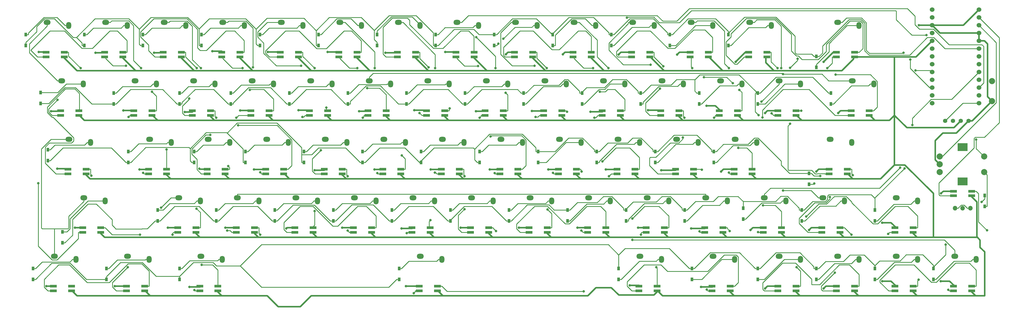
<source format=gbl>
G04 #@! TF.GenerationSoftware,KiCad,Pcbnew,(5.1.12)-1*
G04 #@! TF.CreationDate,2023-09-29T20:02:25+09:00*
G04 #@! TF.ProjectId,JTNK66L,4a544e4b-3636-44c2-9e6b-696361645f70,rev?*
G04 #@! TF.SameCoordinates,Original*
G04 #@! TF.FileFunction,Copper,L2,Bot*
G04 #@! TF.FilePolarity,Positive*
%FSLAX46Y46*%
G04 Gerber Fmt 4.6, Leading zero omitted, Abs format (unit mm)*
G04 Created by KiCad (PCBNEW (5.1.12)-1) date 2023-09-29 20:02:25*
%MOMM*%
%LPD*%
G01*
G04 APERTURE LIST*
G04 #@! TA.AperFunction,ComponentPad*
%ADD10O,1.650000X2.300000*%
G04 #@! TD*
G04 #@! TA.AperFunction,ComponentPad*
%ADD11O,2.300000X1.650000*%
G04 #@! TD*
G04 #@! TA.AperFunction,ComponentPad*
%ADD12C,2.000000*%
G04 #@! TD*
G04 #@! TA.AperFunction,ComponentPad*
%ADD13R,3.200000X2.500000*%
G04 #@! TD*
G04 #@! TA.AperFunction,ComponentPad*
%ADD14C,1.524000*%
G04 #@! TD*
G04 #@! TA.AperFunction,ComponentPad*
%ADD15C,1.397000*%
G04 #@! TD*
G04 #@! TA.AperFunction,SMDPad,CuDef*
%ADD16R,2.200000X0.820000*%
G04 #@! TD*
G04 #@! TA.AperFunction,ComponentPad*
%ADD17O,1.500000X1.500000*%
G04 #@! TD*
G04 #@! TA.AperFunction,SMDPad,CuDef*
%ADD18R,0.950000X1.300000*%
G04 #@! TD*
G04 #@! TA.AperFunction,ViaPad*
%ADD19C,0.800000*%
G04 #@! TD*
G04 #@! TA.AperFunction,Conductor*
%ADD20C,0.250000*%
G04 #@! TD*
G04 #@! TA.AperFunction,Conductor*
%ADD21C,0.500000*%
G04 #@! TD*
G04 APERTURE END LIST*
D10*
X328250000Y-100075000D03*
D11*
X321250000Y-99025000D03*
D12*
X330850000Y-71556200D03*
X330850000Y-66556200D03*
D13*
X323850000Y-74656200D03*
X323850000Y-63456200D03*
D12*
X316350000Y-71556200D03*
X316350000Y-69056200D03*
X316350000Y-66556200D03*
D14*
X313905400Y-18700800D03*
X329125400Y-18700800D03*
X329125400Y-21240800D03*
X329125400Y-23780800D03*
X329125400Y-26320800D03*
X329125400Y-28860800D03*
X329125400Y-31400800D03*
X329125400Y-33940800D03*
X329125400Y-36480800D03*
X329125400Y-39020800D03*
X329125400Y-41560800D03*
X329125400Y-44100800D03*
X329125400Y-46640800D03*
X329125400Y-49180800D03*
X313905400Y-49180800D03*
X313905400Y-46640800D03*
X313905400Y-44100800D03*
X313905400Y-41560800D03*
X313905400Y-39020800D03*
X313905400Y-36480800D03*
X313905400Y-33940800D03*
X313905400Y-31400800D03*
X313905400Y-28860800D03*
X313905400Y-26320800D03*
X313905400Y-23780800D03*
X313905400Y-21240800D03*
D12*
X333375000Y-48493800D03*
X333375000Y-41993800D03*
D10*
X309200000Y-100075000D03*
D11*
X302200000Y-99025000D03*
D10*
X309200000Y-81025000D03*
D11*
X302200000Y-79975000D03*
D10*
X294912000Y-42925000D03*
D11*
X287912000Y-41875000D03*
D10*
X290150000Y-23875000D03*
D11*
X283150000Y-22825000D03*
D10*
X290150000Y-100075000D03*
D11*
X283150000Y-99025000D03*
D10*
X285388000Y-81025000D03*
D11*
X278388000Y-79975000D03*
D10*
X287769000Y-61975000D03*
D11*
X280769000Y-60925000D03*
D10*
X271100000Y-42925000D03*
D11*
X264100000Y-41875000D03*
D10*
X261575000Y-23875000D03*
D11*
X254575000Y-22825000D03*
D10*
X271100000Y-100075000D03*
D11*
X264100000Y-99025000D03*
D10*
X266338000Y-81025000D03*
D11*
X259338000Y-79975000D03*
D10*
X256812000Y-61975000D03*
D11*
X249812000Y-60925000D03*
D10*
X252050000Y-42925000D03*
D11*
X245050000Y-41875000D03*
D10*
X242525000Y-23875000D03*
D11*
X235525000Y-22825000D03*
D10*
X249669000Y-100075000D03*
D11*
X242669000Y-99025000D03*
D10*
X247288000Y-81025000D03*
D11*
X240288000Y-79975000D03*
D10*
X237762000Y-61975000D03*
D11*
X230762000Y-60925000D03*
D10*
X233000000Y-42925000D03*
D11*
X226000000Y-41875000D03*
D10*
X223475000Y-23875000D03*
D11*
X216475000Y-22825000D03*
D10*
X225856000Y-100075000D03*
D11*
X218856000Y-99025000D03*
D10*
X228238000Y-81025000D03*
D11*
X221238000Y-79975000D03*
D10*
X218712000Y-61975000D03*
D11*
X211712000Y-60925000D03*
D10*
X213950000Y-42925000D03*
D11*
X206950000Y-41875000D03*
D10*
X204425000Y-23875000D03*
D11*
X197425000Y-22825000D03*
D10*
X209188000Y-81025000D03*
D11*
X202188000Y-79975000D03*
D10*
X199662000Y-61975000D03*
D11*
X192662000Y-60925000D03*
D10*
X194900000Y-42925000D03*
D11*
X187900000Y-41875000D03*
D10*
X185375000Y-23875000D03*
D11*
X178375000Y-22825000D03*
D10*
X190138000Y-81025000D03*
D11*
X183138000Y-79975000D03*
D10*
X180612000Y-61975000D03*
D11*
X173612000Y-60925000D03*
D10*
X175850000Y-42925000D03*
D11*
X168850000Y-41875000D03*
D10*
X166325000Y-23875000D03*
D11*
X159325000Y-22825000D03*
D10*
X171088000Y-81025000D03*
D11*
X164088000Y-79975000D03*
D10*
X161562000Y-61975000D03*
D11*
X154562000Y-60925000D03*
D10*
X156800000Y-42925000D03*
D11*
X149800000Y-41875000D03*
D10*
X147275000Y-23875000D03*
D11*
X140275000Y-22825000D03*
D10*
X152038000Y-81025000D03*
D11*
X145038000Y-79975000D03*
D10*
X142512000Y-61975000D03*
D11*
X135512000Y-60925000D03*
D10*
X137750000Y-42925000D03*
D11*
X130750000Y-41875000D03*
D10*
X128225000Y-23875000D03*
D11*
X121225000Y-22825000D03*
D10*
X132988000Y-81025000D03*
D11*
X125988000Y-79975000D03*
D10*
X123462000Y-61975000D03*
D11*
X116462000Y-60925000D03*
D10*
X118700000Y-42925000D03*
D11*
X111700000Y-41875000D03*
D10*
X109175000Y-23875000D03*
D11*
X102175000Y-22825000D03*
D10*
X154419000Y-100075000D03*
D11*
X147419000Y-99025000D03*
D10*
X113938000Y-81025000D03*
D11*
X106938000Y-79975000D03*
D10*
X104412000Y-61975000D03*
D11*
X97412000Y-60925000D03*
D10*
X99650000Y-42925000D03*
D11*
X92650000Y-41875000D03*
D10*
X90125000Y-23875000D03*
D11*
X83125000Y-22825000D03*
D10*
X82981200Y-100075000D03*
D11*
X75981200Y-99025000D03*
D10*
X94887500Y-81025000D03*
D11*
X87887500Y-79975000D03*
D10*
X85362500Y-61975000D03*
D11*
X78362500Y-60925000D03*
D10*
X80600000Y-42925000D03*
D11*
X73600000Y-41875000D03*
D10*
X71075000Y-23875000D03*
D11*
X64075000Y-22825000D03*
D10*
X59168800Y-100075000D03*
D11*
X52168800Y-99025000D03*
D10*
X75837500Y-81025000D03*
D11*
X68837500Y-79975000D03*
D10*
X66312500Y-61975000D03*
D11*
X59312500Y-60925000D03*
D10*
X61550000Y-42925000D03*
D11*
X54550000Y-41875000D03*
D10*
X52025000Y-23875000D03*
D11*
X45025000Y-22825000D03*
D10*
X35356200Y-100075000D03*
D11*
X28356200Y-99025000D03*
D10*
X44881200Y-81025000D03*
D11*
X37881200Y-79975000D03*
D10*
X40118800Y-61975000D03*
D11*
X33118800Y-60925000D03*
D10*
X37737500Y-42925000D03*
D11*
X30737500Y-41875000D03*
D10*
X32975000Y-23875000D03*
D11*
X25975000Y-22825000D03*
D15*
X325730000Y-54950000D03*
X323190000Y-54950000D03*
X320650000Y-54950000D03*
X318110000Y-54950000D03*
D16*
X28006200Y-110288000D03*
X28006200Y-108788000D03*
X33906200Y-108788000D03*
X33906200Y-110288000D03*
X51818800Y-110288000D03*
X51818800Y-108788000D03*
X57718800Y-108788000D03*
X57718800Y-110288000D03*
X37531200Y-91237500D03*
X37531200Y-89737500D03*
X43431200Y-89737500D03*
X43431200Y-91237500D03*
X32768800Y-72187500D03*
X32768800Y-70687500D03*
X38668800Y-70687500D03*
X38668800Y-72187500D03*
X30387500Y-53137500D03*
X30387500Y-51637500D03*
X36287500Y-51637500D03*
X36287500Y-53137500D03*
X25625000Y-34087500D03*
X25625000Y-32587500D03*
X31525000Y-32587500D03*
X31525000Y-34087500D03*
X44675000Y-34087500D03*
X44675000Y-32587500D03*
X50575000Y-32587500D03*
X50575000Y-34087500D03*
X54200000Y-53137500D03*
X54200000Y-51637500D03*
X60100000Y-51637500D03*
X60100000Y-53137500D03*
X58962500Y-72187500D03*
X58962500Y-70687500D03*
X64862500Y-70687500D03*
X64862500Y-72187500D03*
X68487500Y-91237500D03*
X68487500Y-89737500D03*
X74387500Y-89737500D03*
X74387500Y-91237500D03*
X75631200Y-110288000D03*
X75631200Y-108788000D03*
X81531200Y-108788000D03*
X81531200Y-110288000D03*
X87537500Y-91237500D03*
X87537500Y-89737500D03*
X93437500Y-89737500D03*
X93437500Y-91237500D03*
X78012500Y-72187500D03*
X78012500Y-70687500D03*
X83912500Y-70687500D03*
X83912500Y-72187500D03*
X73250000Y-53137500D03*
X73250000Y-51637500D03*
X79150000Y-51637500D03*
X79150000Y-53137500D03*
X63725000Y-34087500D03*
X63725000Y-32587500D03*
X69625000Y-32587500D03*
X69625000Y-34087500D03*
X82775000Y-34087500D03*
X82775000Y-32587500D03*
X88675000Y-32587500D03*
X88675000Y-34087500D03*
X92300000Y-53137500D03*
X92300000Y-51637500D03*
X98200000Y-51637500D03*
X98200000Y-53137500D03*
X97062000Y-72187500D03*
X97062000Y-70687500D03*
X102962000Y-70687500D03*
X102962000Y-72187500D03*
X106588000Y-91237500D03*
X106588000Y-89737500D03*
X112488000Y-89737500D03*
X112488000Y-91237500D03*
X125638000Y-91237500D03*
X125638000Y-89737500D03*
X131538000Y-89737500D03*
X131538000Y-91237500D03*
X116112000Y-72187500D03*
X116112000Y-70687500D03*
X122012000Y-70687500D03*
X122012000Y-72187500D03*
X111350000Y-53137500D03*
X111350000Y-51637500D03*
X117250000Y-51637500D03*
X117250000Y-53137500D03*
X101825000Y-34087500D03*
X101825000Y-32587500D03*
X107725000Y-32587500D03*
X107725000Y-34087500D03*
X120875000Y-34087500D03*
X120875000Y-32587500D03*
X126775000Y-32587500D03*
X126775000Y-34087500D03*
X130400000Y-53137500D03*
X130400000Y-51637500D03*
X136300000Y-51637500D03*
X136300000Y-53137500D03*
X135162000Y-72187500D03*
X135162000Y-70687500D03*
X141062000Y-70687500D03*
X141062000Y-72187500D03*
X144688000Y-91237500D03*
X144688000Y-89737500D03*
X150588000Y-89737500D03*
X150588000Y-91237500D03*
X147069000Y-110288000D03*
X147069000Y-108788000D03*
X152969000Y-108788000D03*
X152969000Y-110288000D03*
X163738000Y-91237500D03*
X163738000Y-89737500D03*
X169638000Y-89737500D03*
X169638000Y-91237500D03*
X154212000Y-72187500D03*
X154212000Y-70687500D03*
X160112000Y-70687500D03*
X160112000Y-72187500D03*
X149450000Y-53137500D03*
X149450000Y-51637500D03*
X155350000Y-51637500D03*
X155350000Y-53137500D03*
X139925000Y-34087500D03*
X139925000Y-32587500D03*
X145825000Y-32587500D03*
X145825000Y-34087500D03*
X158975000Y-34087500D03*
X158975000Y-32587500D03*
X164875000Y-32587500D03*
X164875000Y-34087500D03*
X168500000Y-53137500D03*
X168500000Y-51637500D03*
X174400000Y-51637500D03*
X174400000Y-53137500D03*
X173262000Y-72187500D03*
X173262000Y-70687500D03*
X179162000Y-70687500D03*
X179162000Y-72187500D03*
X182788000Y-91237500D03*
X182788000Y-89737500D03*
X188688000Y-89737500D03*
X188688000Y-91237500D03*
X201838000Y-91237500D03*
X201838000Y-89737500D03*
X207738000Y-89737500D03*
X207738000Y-91237500D03*
X192312000Y-72187500D03*
X192312000Y-70687500D03*
X198212000Y-70687500D03*
X198212000Y-72187500D03*
X187550000Y-53137500D03*
X187550000Y-51637500D03*
X193450000Y-51637500D03*
X193450000Y-53137500D03*
X178025000Y-34087500D03*
X178025000Y-32587500D03*
X183925000Y-32587500D03*
X183925000Y-34087500D03*
X197075000Y-34087500D03*
X197075000Y-32587500D03*
X202975000Y-32587500D03*
X202975000Y-34087500D03*
X206600000Y-53137500D03*
X206600000Y-51637500D03*
X212500000Y-51637500D03*
X212500000Y-53137500D03*
X211362000Y-72187500D03*
X211362000Y-70687500D03*
X217262000Y-70687500D03*
X217262000Y-72187500D03*
X220888000Y-91237500D03*
X220888000Y-89737500D03*
X226788000Y-89737500D03*
X226788000Y-91237500D03*
X218506000Y-110288000D03*
X218506000Y-108788000D03*
X224406000Y-108788000D03*
X224406000Y-110288000D03*
X242319000Y-110288000D03*
X242319000Y-108788000D03*
X248219000Y-108788000D03*
X248219000Y-110288000D03*
X239938000Y-91237500D03*
X239938000Y-89737500D03*
X245838000Y-89737500D03*
X245838000Y-91237500D03*
X230412000Y-72187500D03*
X230412000Y-70687500D03*
X236312000Y-70687500D03*
X236312000Y-72187500D03*
X225650000Y-53137500D03*
X225650000Y-51637500D03*
X231550000Y-51637500D03*
X231550000Y-53137500D03*
X216125000Y-34087500D03*
X216125000Y-32587500D03*
X222025000Y-32587500D03*
X222025000Y-34087500D03*
X235175000Y-34087500D03*
X235175000Y-32587500D03*
X241075000Y-32587500D03*
X241075000Y-34087500D03*
X244700000Y-53137500D03*
X244700000Y-51637500D03*
X250600000Y-51637500D03*
X250600000Y-53137500D03*
X249462000Y-72187500D03*
X249462000Y-70687500D03*
X255362000Y-70687500D03*
X255362000Y-72187500D03*
X258988000Y-91237500D03*
X258988000Y-89737500D03*
X264888000Y-89737500D03*
X264888000Y-91237500D03*
X263750000Y-110288000D03*
X263750000Y-108788000D03*
X269650000Y-108788000D03*
X269650000Y-110288000D03*
X282800000Y-110288000D03*
X282800000Y-108788000D03*
X288700000Y-108788000D03*
X288700000Y-110288000D03*
X278038000Y-91237500D03*
X278038000Y-89737500D03*
X283938000Y-89737500D03*
X283938000Y-91237500D03*
X280419000Y-72187500D03*
X280419000Y-70687500D03*
X286319000Y-70687500D03*
X286319000Y-72187500D03*
X263750000Y-53137500D03*
X263750000Y-51637500D03*
X269650000Y-51637500D03*
X269650000Y-53137500D03*
X254225000Y-34087500D03*
X254225000Y-32587500D03*
X260125000Y-32587500D03*
X260125000Y-34087500D03*
X282800000Y-34087500D03*
X282800000Y-32587500D03*
X288700000Y-32587500D03*
X288700000Y-34087500D03*
X287562000Y-53137500D03*
X287562000Y-51637500D03*
X293462000Y-51637500D03*
X293462000Y-53137500D03*
X301850000Y-91237500D03*
X301850000Y-89737500D03*
X307750000Y-89737500D03*
X307750000Y-91237500D03*
X301850000Y-110288000D03*
X301850000Y-108788000D03*
X307750000Y-108788000D03*
X307750000Y-110288000D03*
X320900000Y-110288000D03*
X320900000Y-108788000D03*
X326800000Y-108788000D03*
X326800000Y-110288000D03*
X320900000Y-79331200D03*
X320900000Y-77831200D03*
X326800000Y-77831200D03*
X326800000Y-79331200D03*
D17*
X321350000Y-83393800D03*
X323850000Y-83393800D03*
X326350000Y-83393800D03*
D18*
X314325000Y-103000000D03*
X314325000Y-106550000D03*
X330994000Y-79187500D03*
X330994000Y-82737500D03*
X295275000Y-103000000D03*
X295275000Y-106550000D03*
X295275000Y-83950000D03*
X295275000Y-87500000D03*
X280988000Y-45850000D03*
X280988000Y-49400000D03*
X276225000Y-33943800D03*
X276225000Y-37493800D03*
X276225000Y-103000000D03*
X276225000Y-106550000D03*
X271462000Y-83950000D03*
X271462000Y-87500000D03*
X273844000Y-72043800D03*
X273844000Y-75593800D03*
X257175000Y-45850000D03*
X257175000Y-49400000D03*
X247650000Y-26800000D03*
X247650000Y-30350000D03*
X257175000Y-103000000D03*
X257175000Y-106550000D03*
X252412000Y-83343800D03*
X252412000Y-86893800D03*
X242888000Y-64900000D03*
X242888000Y-68450000D03*
X238125000Y-45850000D03*
X238125000Y-49400000D03*
X228600000Y-26800000D03*
X228600000Y-30350000D03*
X235744000Y-103000000D03*
X235744000Y-106550000D03*
X233362000Y-83950000D03*
X233362000Y-87500000D03*
X223838000Y-64900000D03*
X223838000Y-68450000D03*
X219075000Y-45850000D03*
X219075000Y-49400000D03*
X209550000Y-26800000D03*
X209550000Y-30350000D03*
X211931000Y-103000000D03*
X211931000Y-106550000D03*
X214312000Y-83950000D03*
X214312000Y-87500000D03*
X204788000Y-64900000D03*
X204788000Y-68450000D03*
X200025000Y-45850000D03*
X200025000Y-49400000D03*
X190500000Y-26800000D03*
X190500000Y-30350000D03*
X195262000Y-83950000D03*
X195262000Y-87500000D03*
X185738000Y-64900000D03*
X185738000Y-68450000D03*
X180975000Y-45850000D03*
X180975000Y-49400000D03*
X171450000Y-26800000D03*
X171450000Y-30350000D03*
X176212000Y-83950000D03*
X176212000Y-87500000D03*
X166688000Y-64900000D03*
X166688000Y-68450000D03*
X161925000Y-45850000D03*
X161925000Y-49400000D03*
X152400000Y-26800000D03*
X152400000Y-30350000D03*
X157162000Y-83950000D03*
X157162000Y-87500000D03*
X147638000Y-64900000D03*
X147638000Y-68450000D03*
X142875000Y-45850000D03*
X142875000Y-49400000D03*
X133350000Y-26800000D03*
X133350000Y-30350000D03*
X138112000Y-83950000D03*
X138112000Y-87500000D03*
X128588000Y-64900000D03*
X128588000Y-68450000D03*
X123825000Y-45850000D03*
X123825000Y-49400000D03*
X114300000Y-26800000D03*
X114300000Y-30350000D03*
X119062000Y-83950000D03*
X119062000Y-87500000D03*
X109538000Y-64900000D03*
X109538000Y-68450000D03*
X104775000Y-45850000D03*
X104775000Y-49400000D03*
X95250000Y-26800000D03*
X95250000Y-30350000D03*
X140494000Y-103000000D03*
X140494000Y-106550000D03*
X100012000Y-83950000D03*
X100012000Y-87500000D03*
X90487500Y-64900000D03*
X90487500Y-68450000D03*
X85725000Y-45850000D03*
X85725000Y-49400000D03*
X76200000Y-26800000D03*
X76200000Y-30350000D03*
X69056200Y-103000000D03*
X69056200Y-106550000D03*
X80962500Y-83950000D03*
X80962500Y-87500000D03*
X73818800Y-64900000D03*
X73818800Y-68450000D03*
X69056200Y-45850000D03*
X69056200Y-49400000D03*
X57150000Y-26800000D03*
X57150000Y-30350000D03*
X45243800Y-103000000D03*
X45243800Y-106550000D03*
X61912500Y-83950000D03*
X61912500Y-87500000D03*
X52387500Y-64900000D03*
X52387500Y-68450000D03*
X47625000Y-45850000D03*
X47625000Y-49400000D03*
X38100000Y-26800000D03*
X38100000Y-30350000D03*
X21431200Y-103000000D03*
X21431200Y-106550000D03*
X30956200Y-91093800D03*
X30956200Y-94643800D03*
X26193800Y-64285000D03*
X26193800Y-67835000D03*
X23812500Y-45685000D03*
X23812500Y-49235000D03*
X19050000Y-26800000D03*
X19050000Y-30350000D03*
D19*
X257426500Y-53023200D03*
X277489300Y-72901400D03*
X330000042Y-81298300D03*
X307493100Y-56292600D03*
X304901600Y-70389200D03*
X318345900Y-95221400D03*
X174425050Y-28175050D03*
X172800050Y-29800050D03*
X275551900Y-75308900D03*
X25750000Y-108750000D03*
X35000000Y-89750000D03*
X48000000Y-108750000D03*
X29250000Y-70500000D03*
X27250000Y-51750000D03*
X72250000Y-109000000D03*
X65250000Y-89750000D03*
X56000000Y-70750000D03*
X50750000Y-51500000D03*
X41750000Y-32750000D03*
X84000000Y-89750000D03*
X75500000Y-70500000D03*
X73600000Y-51637500D03*
X70750000Y-52000000D03*
X60750000Y-32750000D03*
X103750000Y-90000000D03*
X93250000Y-70750000D03*
X88750000Y-51500000D03*
X79750000Y-32250000D03*
X122000000Y-89750000D03*
X113000000Y-71000000D03*
X107781000Y-51468800D03*
X102175000Y-32587500D03*
X97750000Y-32500000D03*
X142750000Y-108750000D03*
X145038000Y-89737500D03*
X141250000Y-90000000D03*
X132500000Y-70750000D03*
X127500000Y-51750000D03*
X117250000Y-32500000D03*
X160500000Y-89750000D03*
X150750000Y-70750000D03*
X145469000Y-51468800D03*
X136000000Y-32750000D03*
X179500000Y-89750000D03*
X170000000Y-70750000D03*
X165500000Y-51750000D03*
X155500000Y-32500000D03*
X198500000Y-89750000D03*
X189000000Y-70750000D03*
X183719000Y-51718800D03*
X175250000Y-33250000D03*
X215500000Y-108500000D03*
X218250000Y-89750000D03*
X207750000Y-70750000D03*
X202719000Y-51968800D03*
X193750000Y-33250000D03*
X242669000Y-108788000D03*
X238750000Y-109000000D03*
X235500000Y-90000000D03*
X225750000Y-71000000D03*
X221456000Y-51456200D03*
X211931000Y-33337500D03*
X230981000Y-33337500D03*
X259556000Y-109538000D03*
X254794000Y-90487500D03*
X245269000Y-71437500D03*
X250031000Y-35718800D03*
X240506000Y-50006200D03*
X278606000Y-109538000D03*
X273844000Y-90487500D03*
X276225000Y-71437500D03*
X259556000Y-52387500D03*
X283369000Y-52387500D03*
X297656000Y-107156000D03*
X297656000Y-88106200D03*
X278606000Y-35718800D03*
X316706000Y-107156000D03*
X309594000Y-23780800D03*
X316810010Y-78581200D03*
X23250000Y-32499990D03*
X319176500Y-109967100D03*
X331753900Y-90568600D03*
X299585500Y-91714300D03*
X309515700Y-106672300D03*
X258704200Y-53804200D03*
X272972400Y-86060300D03*
X279778900Y-37735200D03*
X282500400Y-39875900D03*
X261692500Y-52505100D03*
X263607200Y-37735200D03*
X267711500Y-55883600D03*
X271365700Y-51637500D03*
X280612000Y-79702300D03*
X288129800Y-72598600D03*
X282289500Y-104353400D03*
X287675000Y-91999300D03*
X257261200Y-91188400D03*
X269767300Y-102572600D03*
X247757800Y-71803100D03*
X258893800Y-82421800D03*
X242971400Y-53898300D03*
X250823400Y-63721000D03*
X235859200Y-37735200D03*
X239646900Y-40671000D03*
X249072350Y-42677650D03*
X251197350Y-44802650D03*
X225336500Y-44416500D03*
X226468000Y-37113300D03*
X232842800Y-60298600D03*
X233354100Y-53898300D03*
X238223200Y-90872500D03*
X238964600Y-70844900D03*
X240606900Y-109869300D03*
X248071600Y-90794300D03*
X219164000Y-92013700D03*
X224165100Y-102577100D03*
X208762800Y-72965100D03*
X216377800Y-86759800D03*
X204000600Y-53907000D03*
X206662300Y-68090700D03*
X203606500Y-37738300D03*
X205818500Y-45435500D03*
X184915100Y-53653600D03*
X188533000Y-37738000D03*
X190532900Y-71843200D03*
X195154500Y-51977500D03*
X199819000Y-90619900D03*
X199868900Y-71469200D03*
X171551500Y-71973200D03*
X188770100Y-83763300D03*
X166648800Y-53898300D03*
X170200000Y-60029800D03*
X166166700Y-37014000D03*
X175110700Y-45770300D03*
X147142100Y-52345700D03*
X150125700Y-37507200D03*
X152131000Y-71794400D03*
X156936200Y-50858500D03*
X161764600Y-83673700D03*
X161764600Y-72910700D03*
X145252900Y-111045300D03*
X172007000Y-90794300D03*
X142974600Y-91529600D03*
X200580210Y-110486210D03*
X133432500Y-71948900D03*
X150647900Y-87251800D03*
X128659300Y-53898300D03*
X141326700Y-66159700D03*
X126881400Y-37712600D03*
X130106700Y-44214700D03*
X109015400Y-53653600D03*
X112972500Y-37735200D03*
X115020800Y-64467400D03*
X116833400Y-50617700D03*
X123740300Y-90605300D03*
X123740300Y-72935100D03*
X95340900Y-71668900D03*
X113010965Y-84323135D03*
X87525200Y-53907000D03*
X88119600Y-56355100D03*
X89584900Y-37739100D03*
X91900800Y-44810000D03*
X72181300Y-47640400D03*
X74646400Y-37722200D03*
X79089400Y-59472700D03*
X81027200Y-53915400D03*
X84580200Y-90641100D03*
X84878200Y-69676700D03*
X73904400Y-110019000D03*
X95266700Y-92004100D03*
X66761600Y-91982000D03*
X76287400Y-101823400D03*
X57249300Y-71843200D03*
X74602700Y-83517500D03*
X52465900Y-53653600D03*
X64831700Y-64271700D03*
X51638000Y-36977800D03*
X60072800Y-45400700D03*
X29384900Y-48067300D03*
X36868800Y-37735200D03*
X23067600Y-75274500D03*
X40378100Y-72751500D03*
X52250900Y-102585300D03*
X56212300Y-92016500D03*
X312018600Y-27006500D03*
X214625800Y-21322800D03*
X184579400Y-37007200D03*
X63040400Y-83195600D03*
X208599200Y-37739100D03*
X56538000Y-37739100D03*
X75972600Y-37735200D03*
X222333500Y-36596800D03*
X308502800Y-38493600D03*
X303545500Y-70166000D03*
X92958500Y-37471400D03*
X247789400Y-37735200D03*
X108637100Y-37007700D03*
X264816500Y-37735200D03*
X265444100Y-77599300D03*
X258395800Y-48671900D03*
X270133300Y-34681500D03*
X267711500Y-37645900D03*
X265373000Y-39712400D03*
X132568500Y-37739100D03*
X304589200Y-32731400D03*
X306799100Y-34971700D03*
X152222600Y-37739100D03*
X216390800Y-93731100D03*
X328250000Y-61000000D03*
X171886700Y-37739100D03*
X165602100Y-27627000D03*
D20*
X32975000Y-23875000D02*
X31824900Y-23875000D01*
X19050000Y-26800000D02*
X19850100Y-26800000D01*
X19850100Y-26800000D02*
X19850100Y-26299900D01*
X19850100Y-26299900D02*
X24925400Y-21224600D01*
X24925400Y-21224600D02*
X29174500Y-21224600D01*
X29174500Y-21224600D02*
X31824900Y-23875000D01*
X247650000Y-26312400D02*
X247650000Y-25824900D01*
X247650000Y-26800000D02*
X247650000Y-26312400D01*
X228600000Y-26800000D02*
X229400100Y-26800000D01*
X229400100Y-26800000D02*
X234532000Y-21668100D01*
X234532000Y-21668100D02*
X243493200Y-21668100D01*
X243493200Y-21668100D02*
X247650000Y-25824900D01*
X228379500Y-26800000D02*
X228600000Y-26800000D01*
X171450000Y-26800000D02*
X172250100Y-26800000D01*
X172250100Y-26800000D02*
X177390800Y-21659300D01*
X177390800Y-21659300D02*
X185113100Y-21659300D01*
X185113100Y-21659300D02*
X190100000Y-26646200D01*
X190100000Y-26646200D02*
X190100000Y-26800000D01*
X153200100Y-30350000D02*
X158401000Y-25149100D01*
X158401000Y-25149100D02*
X164853100Y-25149100D01*
X164853100Y-25149100D02*
X166504000Y-26800000D01*
X166504000Y-26800000D02*
X171450000Y-26800000D01*
X152400000Y-30350000D02*
X153200100Y-30350000D01*
X113499900Y-25498000D02*
X117776200Y-21221700D01*
X117776200Y-21221700D02*
X128163300Y-21221700D01*
X128163300Y-21221700D02*
X132370900Y-25429300D01*
X113499900Y-30350000D02*
X113499900Y-25498000D01*
X19050000Y-29374900D02*
X22579400Y-25845500D01*
X22579400Y-25845500D02*
X22579400Y-24211300D01*
X22579400Y-24211300D02*
X25115900Y-21674800D01*
X25115900Y-21674800D02*
X28325000Y-21674800D01*
X28325000Y-21674800D02*
X34392500Y-27742300D01*
X34392500Y-27742300D02*
X35492200Y-27742300D01*
X93943700Y-25024600D02*
X90555400Y-21636300D01*
X90555400Y-21636300D02*
X78717500Y-21636300D01*
X78717500Y-21636300D02*
X75399900Y-24953900D01*
X94449900Y-30350000D02*
X93943700Y-29843800D01*
X93943700Y-29843800D02*
X93943700Y-25024600D01*
X95250000Y-30350000D02*
X94449900Y-30350000D01*
X75399900Y-24953900D02*
X75399900Y-30350000D01*
X55899700Y-25057100D02*
X59738900Y-21217900D01*
X59738900Y-21217900D02*
X71663900Y-21217900D01*
X71663900Y-21217900D02*
X75399900Y-24953900D01*
X228379500Y-26800000D02*
X227799900Y-26800000D01*
X276225000Y-33943800D02*
X277101200Y-33943800D01*
X277101200Y-33943800D02*
X278258900Y-32786100D01*
X278258900Y-32786100D02*
X278258900Y-30548800D01*
X278258900Y-30548800D02*
X286930400Y-21877300D01*
X286930400Y-21877300D02*
X290774200Y-21877300D01*
X290774200Y-21877300D02*
X292021500Y-23124600D01*
X292021500Y-23124600D02*
X292021500Y-32108500D01*
X292021500Y-32108500D02*
X293397400Y-33484400D01*
X293397400Y-33484400D02*
X306601800Y-33484400D01*
X306601800Y-33484400D02*
X312320200Y-27766000D01*
X312320200Y-27766000D02*
X314446900Y-27766000D01*
X314446900Y-27766000D02*
X318081700Y-31400800D01*
X318081700Y-31400800D02*
X329125400Y-31400800D01*
X210350100Y-26800000D02*
X215496500Y-21653600D01*
X215496500Y-21653600D02*
X223253600Y-21653600D01*
X223253600Y-21653600D02*
X227799900Y-26199900D01*
X227799900Y-26199900D02*
X227799900Y-26800000D01*
X209550000Y-26800000D02*
X208749900Y-26800000D01*
X190100000Y-26800000D02*
X195715900Y-21184100D01*
X195715900Y-21184100D02*
X203734100Y-21184100D01*
X203734100Y-21184100D02*
X208749900Y-26199900D01*
X208749900Y-26199900D02*
X208749900Y-26800000D01*
X190500000Y-26800000D02*
X190100000Y-26800000D01*
X55899700Y-25057100D02*
X55899700Y-29899800D01*
X55899700Y-29899800D02*
X56349900Y-30350000D01*
X35492200Y-27742300D02*
X41560800Y-21673700D01*
X41560800Y-21673700D02*
X52516300Y-21673700D01*
X52516300Y-21673700D02*
X55899700Y-25057100D01*
X76200000Y-30350000D02*
X75399900Y-30350000D01*
X35492200Y-27742300D02*
X37299900Y-29550000D01*
X37299900Y-29550000D02*
X37299900Y-30350000D01*
X38100000Y-30350000D02*
X37299900Y-30350000D01*
X19050000Y-30350000D02*
X19050000Y-29374900D01*
X114300000Y-30350000D02*
X113499900Y-30350000D01*
X57150000Y-30350000D02*
X56349900Y-30350000D01*
X133350000Y-29374900D02*
X132370900Y-28395800D01*
X132370900Y-28395800D02*
X132370900Y-25429300D01*
X209550000Y-26800000D02*
X210350100Y-26800000D01*
X133350000Y-30350000D02*
X133350000Y-29374900D01*
X151599900Y-30274900D02*
X151675000Y-30350000D01*
X151599900Y-26206300D02*
X151599900Y-30274900D01*
X145993578Y-20599978D02*
X151599900Y-26206300D01*
X137200222Y-20599978D02*
X145993578Y-20599978D01*
X151675000Y-30350000D02*
X152400000Y-30350000D01*
X132370900Y-25429300D02*
X137200222Y-20599978D01*
X263122800Y-21099978D02*
X269334756Y-27311934D01*
X274699900Y-33143700D02*
X275500000Y-33943800D01*
X269334756Y-27311934D02*
X269334756Y-32725432D01*
X275500000Y-33943800D02*
X276225000Y-33943800D01*
X269753024Y-33143700D02*
X274699900Y-33143700D01*
X269334756Y-32725432D02*
X269753024Y-33143700D01*
X252862422Y-21099978D02*
X263122800Y-21099978D01*
X247650000Y-26312400D02*
X252862422Y-21099978D01*
X97468300Y-21500000D02*
X93943700Y-25024600D01*
X109501900Y-21500000D02*
X97468300Y-21500000D01*
X113499900Y-25498000D02*
X109501900Y-21500000D01*
X37737500Y-42925000D02*
X32228978Y-42925000D01*
X29468978Y-45685000D02*
X24537500Y-45685000D01*
X32228978Y-42925000D02*
X29468978Y-45685000D01*
X24537500Y-45685000D02*
X23812500Y-45685000D01*
X180975000Y-45850000D02*
X180174900Y-45850000D01*
X161925000Y-49400000D02*
X162725100Y-49400000D01*
X162725100Y-49400000D02*
X167429400Y-44695700D01*
X167429400Y-44695700D02*
X179020600Y-44695700D01*
X179020600Y-44695700D02*
X180174900Y-45850000D01*
X161525000Y-49400000D02*
X161925000Y-49400000D01*
X161525000Y-49400000D02*
X161124900Y-49400000D01*
X84924900Y-49400000D02*
X80187500Y-44662600D01*
X80187500Y-44662600D02*
X74133700Y-44662600D01*
X74133700Y-44662600D02*
X69856300Y-48940000D01*
X69856300Y-48940000D02*
X69856300Y-49400000D01*
X69056200Y-49400000D02*
X68256100Y-49400000D01*
X47625000Y-49400000D02*
X48425100Y-49400000D01*
X48425100Y-49400000D02*
X53150000Y-44675100D01*
X53150000Y-44675100D02*
X63531200Y-44675100D01*
X63531200Y-44675100D02*
X68256100Y-49400000D01*
X257175000Y-45850000D02*
X257975100Y-45850000D01*
X257975100Y-45850000D02*
X263125800Y-40699300D01*
X263125800Y-40699300D02*
X275037200Y-40699300D01*
X275037200Y-40699300D02*
X280187900Y-45850000D01*
X256575000Y-45850000D02*
X257175000Y-45850000D01*
X280988000Y-45850000D02*
X280187900Y-45850000D01*
X256575000Y-45850000D02*
X256373400Y-46051600D01*
X256373400Y-46051600D02*
X256373400Y-51970100D01*
X256373400Y-51970100D02*
X257426500Y-53023200D01*
X236689800Y-41554200D02*
X238321200Y-39922800D01*
X238321200Y-39922800D02*
X251104800Y-39922800D01*
X251104800Y-39922800D02*
X256575000Y-45393000D01*
X256575000Y-45393000D02*
X256575000Y-45850000D01*
X219875100Y-45850000D02*
X222483900Y-43241200D01*
X222483900Y-43241200D02*
X228961500Y-43241200D01*
X228961500Y-43241200D02*
X230769300Y-41433400D01*
X230769300Y-41433400D02*
X236569000Y-41433400D01*
X236569000Y-41433400D02*
X236689800Y-41554200D01*
X236689800Y-41554200D02*
X236689800Y-45214900D01*
X236689800Y-45214900D02*
X237324900Y-45850000D01*
X219075000Y-45850000D02*
X218274900Y-45850000D01*
X199741600Y-45850000D02*
X201501000Y-44090600D01*
X201501000Y-44090600D02*
X207301800Y-44090600D01*
X207301800Y-44090600D02*
X209962200Y-41430200D01*
X209962200Y-41430200D02*
X214455200Y-41430200D01*
X214455200Y-41430200D02*
X218274900Y-45249900D01*
X218274900Y-45249900D02*
X218274900Y-45850000D01*
X199741600Y-45850000D02*
X199224900Y-45850000D01*
X200025000Y-45850000D02*
X199741600Y-45850000D01*
X142875000Y-49400000D02*
X143675100Y-49400000D01*
X143675100Y-49400000D02*
X148376100Y-44699000D01*
X148376100Y-44699000D02*
X156423900Y-44699000D01*
X156423900Y-44699000D02*
X161124900Y-49400000D01*
X124625100Y-49400000D02*
X124625100Y-48599900D01*
X124625100Y-48599900D02*
X129735400Y-43489600D01*
X129735400Y-43489600D02*
X134389600Y-43489600D01*
X134389600Y-43489600D02*
X140300000Y-49400000D01*
X140300000Y-49400000D02*
X142875000Y-49400000D01*
X123825000Y-49400000D02*
X123024900Y-49400000D01*
X104775000Y-49400000D02*
X105575100Y-49400000D01*
X105575100Y-49400000D02*
X110275900Y-44699200D01*
X110275900Y-44699200D02*
X118324100Y-44699200D01*
X118324100Y-44699200D02*
X123024900Y-49400000D01*
X104375000Y-49400000D02*
X104775000Y-49400000D01*
X123825000Y-49400000D02*
X124625100Y-49400000D01*
X104375000Y-49400000D02*
X103974900Y-49400000D01*
X180975000Y-45850000D02*
X181775100Y-45850000D01*
X181775100Y-45850000D02*
X184337700Y-43287400D01*
X184337700Y-43287400D02*
X192528800Y-43287400D01*
X192528800Y-43287400D02*
X194378200Y-41438000D01*
X194378200Y-41438000D02*
X195413000Y-41438000D01*
X195413000Y-41438000D02*
X199224900Y-45249900D01*
X199224900Y-45249900D02*
X199224900Y-45850000D01*
X69056200Y-49400000D02*
X69856300Y-49400000D01*
X238125000Y-45850000D02*
X237324900Y-45850000D01*
X219075000Y-45850000D02*
X219875100Y-45850000D01*
X85725000Y-49400000D02*
X86525100Y-49400000D01*
X86525100Y-49400000D02*
X86525100Y-49086400D01*
X86525100Y-49086400D02*
X91526700Y-44084800D01*
X91526700Y-44084800D02*
X98659700Y-44084800D01*
X98659700Y-44084800D02*
X103974900Y-49400000D01*
X85325000Y-49400000D02*
X85725000Y-49400000D01*
X85325000Y-49400000D02*
X84924900Y-49400000D01*
X23812500Y-49235000D02*
X26555389Y-49235000D01*
X35186400Y-44049989D02*
X40536411Y-49400000D01*
X46900000Y-49400000D02*
X47625000Y-49400000D01*
X26555389Y-49235000D02*
X31740400Y-44049989D01*
X40536411Y-49400000D02*
X46900000Y-49400000D01*
X31740400Y-44049989D02*
X35186400Y-44049989D01*
X40118800Y-61975000D02*
X38968700Y-61975000D01*
X26193800Y-64285000D02*
X26993900Y-64285000D01*
X26993900Y-64285000D02*
X28502400Y-62776500D01*
X28502400Y-62776500D02*
X38167200Y-62776500D01*
X38167200Y-62776500D02*
X38968700Y-61975000D01*
X204788000Y-64900000D02*
X205588100Y-64900000D01*
X205588100Y-64900000D02*
X208406400Y-62081700D01*
X208406400Y-62081700D02*
X214883000Y-62081700D01*
X214883000Y-62081700D02*
X216491100Y-60473600D01*
X216491100Y-60473600D02*
X219211600Y-60473600D01*
X219211600Y-60473600D02*
X223037900Y-64299900D01*
X223037900Y-64299900D02*
X223037900Y-64900000D01*
X204388000Y-64900000D02*
X204788000Y-64900000D01*
X223838000Y-64900000D02*
X223037900Y-64900000D01*
X52387500Y-68450000D02*
X51587400Y-68450000D01*
X26193800Y-67835000D02*
X26993900Y-67835000D01*
X26993900Y-67835000D02*
X31099100Y-63729800D01*
X31099100Y-63729800D02*
X46867200Y-63729800D01*
X46867200Y-63729800D02*
X51587400Y-68450000D01*
X242087900Y-64900000D02*
X242087900Y-64299900D01*
X242087900Y-64299900D02*
X237361500Y-59573500D01*
X237361500Y-59573500D02*
X229964600Y-59573500D01*
X229964600Y-59573500D02*
X224638100Y-64900000D01*
X242888000Y-64900000D02*
X242087900Y-64900000D01*
X223838000Y-64900000D02*
X224638100Y-64900000D01*
X108737900Y-65895600D02*
X112105400Y-65895600D01*
X112105400Y-65895600D02*
X114287500Y-63713500D01*
X114287500Y-63713500D02*
X123051400Y-63713500D01*
X123051400Y-63713500D02*
X127787900Y-68450000D01*
X128588000Y-68450000D02*
X129388100Y-68450000D01*
X129388100Y-68450000D02*
X134137600Y-63700500D01*
X134137600Y-63700500D02*
X142396600Y-63700500D01*
X142396600Y-63700500D02*
X147146100Y-68450000D01*
X128188000Y-68450000D02*
X128588000Y-68450000D01*
X242888000Y-64900000D02*
X243688100Y-64900000D01*
X243688100Y-64900000D02*
X246056300Y-62531800D01*
X246056300Y-62531800D02*
X254080200Y-62531800D01*
X254080200Y-62531800D02*
X256117800Y-60494200D01*
X256117800Y-60494200D02*
X257287400Y-60494200D01*
X257287400Y-60494200D02*
X264798600Y-68005400D01*
X264798600Y-68005400D02*
X264798600Y-69295500D01*
X264798600Y-69295500D02*
X267546900Y-72043800D01*
X267546900Y-72043800D02*
X273844000Y-72043800D01*
X52387500Y-68450000D02*
X53187600Y-68450000D01*
X274644100Y-72043800D02*
X275501700Y-72901400D01*
X275501700Y-72901400D02*
X277489300Y-72901400D01*
X273844000Y-72043800D02*
X274644100Y-72043800D01*
X72540300Y-63939800D02*
X72147100Y-63546600D01*
X72147100Y-63546600D02*
X58091000Y-63546600D01*
X58091000Y-63546600D02*
X53187600Y-68450000D01*
X72540300Y-63939800D02*
X77739400Y-58740700D01*
X77739400Y-58740700D02*
X84401900Y-58740700D01*
X84401900Y-58740700D02*
X84525900Y-58864600D01*
X73018700Y-68450000D02*
X72540300Y-67971600D01*
X72540300Y-67971600D02*
X72540300Y-63939800D01*
X166688000Y-68450000D02*
X165887900Y-68450000D01*
X165060200Y-64119700D02*
X165060200Y-67622300D01*
X165060200Y-67622300D02*
X165887900Y-68450000D01*
X165060200Y-64119700D02*
X169910400Y-59269500D01*
X169910400Y-59269500D02*
X180544100Y-59269500D01*
X180544100Y-59269500D02*
X184937900Y-63663300D01*
X184937900Y-63663300D02*
X184937900Y-64900000D01*
X147146100Y-68450000D02*
X151854000Y-63742100D01*
X151854000Y-63742100D02*
X164682600Y-63742100D01*
X164682600Y-63742100D02*
X165060200Y-64119700D01*
X84525900Y-58864600D02*
X89687400Y-64026200D01*
X89687400Y-64026200D02*
X89687400Y-68450000D01*
X108737900Y-65895600D02*
X108737900Y-63672700D01*
X108737900Y-63672700D02*
X100693800Y-55628600D01*
X100693800Y-55628600D02*
X87761900Y-55628600D01*
X87761900Y-55628600D02*
X84525900Y-58864600D01*
X147638000Y-68450000D02*
X147146100Y-68450000D01*
X128188000Y-68450000D02*
X127787900Y-68450000D01*
X108737900Y-68450000D02*
X108737900Y-65895600D01*
X204388000Y-64900000D02*
X203987900Y-64900000D01*
X90487500Y-68450000D02*
X89687400Y-68450000D01*
X73818800Y-68450000D02*
X73018700Y-68450000D01*
X109538000Y-68450000D02*
X108737900Y-68450000D01*
X185738000Y-64900000D02*
X184937900Y-64900000D01*
X203987900Y-64900000D02*
X203987900Y-64312800D01*
X203987900Y-64312800D02*
X200166400Y-60491300D01*
X200166400Y-60491300D02*
X195674900Y-60491300D01*
X195674900Y-60491300D02*
X191266200Y-64900000D01*
X191266200Y-64900000D02*
X185738000Y-64900000D01*
X330994000Y-80304342D02*
X330000042Y-81298300D01*
X330994000Y-79187500D02*
X330994000Y-80304342D01*
X39225000Y-81025000D02*
X44881200Y-81025000D01*
X33446500Y-86803500D02*
X39225000Y-81025000D01*
X33446500Y-90040200D02*
X33446500Y-86803500D01*
X32392900Y-91093800D02*
X33446500Y-90040200D01*
X30956200Y-91093800D02*
X32392900Y-91093800D01*
X233362000Y-83950000D02*
X232561900Y-83950000D01*
X214029100Y-83950000D02*
X216602800Y-81376300D01*
X216602800Y-81376300D02*
X224164400Y-81376300D01*
X224164400Y-81376300D02*
X226003000Y-79537700D01*
X226003000Y-79537700D02*
X228749700Y-79537700D01*
X228749700Y-79537700D02*
X232561900Y-83349900D01*
X232561900Y-83349900D02*
X232561900Y-83950000D01*
X214029100Y-83950000D02*
X213511900Y-83950000D01*
X214312000Y-83950000D02*
X214029100Y-83950000D01*
X195262000Y-83950000D02*
X196062100Y-83950000D01*
X196062100Y-83950000D02*
X198499400Y-81512700D01*
X198499400Y-81512700D02*
X204978000Y-81512700D01*
X204978000Y-81512700D02*
X206942400Y-79548300D01*
X206942400Y-79548300D02*
X209710300Y-79548300D01*
X209710300Y-79548300D02*
X213511900Y-83349900D01*
X213511900Y-83349900D02*
X213511900Y-83950000D01*
X195262000Y-83950000D02*
X190928000Y-83950000D01*
X190928000Y-83950000D02*
X189278600Y-82300600D01*
X189278600Y-82300600D02*
X182211500Y-82300600D01*
X182211500Y-82300600D02*
X177012100Y-87500000D01*
X295220200Y-80070600D02*
X304901600Y-70389200D01*
X272262100Y-83950000D02*
X275087000Y-81125100D01*
X275087000Y-81125100D02*
X279189300Y-81125100D01*
X279189300Y-81125100D02*
X279875100Y-80439300D01*
X279875100Y-80439300D02*
X279875100Y-79405800D01*
X279875100Y-79405800D02*
X280304100Y-78976800D01*
X280304100Y-78976800D02*
X294126400Y-78976800D01*
X294126400Y-78976800D02*
X295220200Y-80070600D01*
X295275000Y-83950000D02*
X295275000Y-80125400D01*
X295275000Y-80125400D02*
X295220200Y-80070600D01*
X329125400Y-39020800D02*
X320235400Y-47910800D01*
X320235400Y-47910800D02*
X313613300Y-47910800D01*
X313613300Y-47910800D02*
X307493100Y-54031000D01*
X307493100Y-54031000D02*
X307493100Y-56292600D01*
X156910600Y-87500000D02*
X161647900Y-82762700D01*
X161647900Y-82762700D02*
X170674600Y-82762700D01*
X170674600Y-82762700D02*
X175411900Y-87500000D01*
X252412000Y-81149800D02*
X262997400Y-81149800D01*
X262997400Y-81149800D02*
X264636300Y-79510900D01*
X264636300Y-79510900D02*
X266822900Y-79510900D01*
X266822900Y-79510900D02*
X270661900Y-83349900D01*
X270661900Y-83349900D02*
X270661900Y-83950000D01*
X234162100Y-83950000D02*
X236983800Y-81128300D01*
X236983800Y-81128300D02*
X242717600Y-81128300D01*
X242717600Y-81128300D02*
X244328700Y-79517200D01*
X244328700Y-79517200D02*
X250779400Y-79517200D01*
X250779400Y-79517200D02*
X252412000Y-81149800D01*
X252412000Y-82368700D02*
X252412000Y-81149800D01*
X271462000Y-83950000D02*
X270661900Y-83950000D01*
X156361900Y-87500000D02*
X151613400Y-82751500D01*
X151613400Y-82751500D02*
X143660600Y-82751500D01*
X143660600Y-82751500D02*
X138912100Y-87500000D01*
X176212000Y-87500000D02*
X175411900Y-87500000D01*
X156910600Y-87500000D02*
X156361900Y-87500000D01*
X157162000Y-87500000D02*
X156910600Y-87500000D01*
X138112000Y-87500000D02*
X138912100Y-87500000D01*
X137712000Y-87500000D02*
X138112000Y-87500000D01*
X271462000Y-83950000D02*
X272262100Y-83950000D01*
X252412000Y-83343800D02*
X252412000Y-82368700D01*
X62312600Y-87500000D02*
X61912500Y-87500000D01*
X62312600Y-87500000D02*
X62712600Y-87500000D01*
X62712600Y-87500000D02*
X67458500Y-82754100D01*
X67458500Y-82754100D02*
X75416500Y-82754100D01*
X75416500Y-82754100D02*
X80162400Y-87500000D01*
X80962500Y-87500000D02*
X80162400Y-87500000D01*
X233362000Y-83950000D02*
X234162100Y-83950000D01*
X100012000Y-87500000D02*
X100812100Y-87500000D01*
X100812100Y-87500000D02*
X105975100Y-82337000D01*
X105975100Y-82337000D02*
X112900000Y-82337000D01*
X112900000Y-82337000D02*
X118063000Y-87500000D01*
X118063000Y-87500000D02*
X119062000Y-87500000D01*
X99612000Y-87500000D02*
X100012000Y-87500000D01*
X99612000Y-87500000D02*
X99211900Y-87500000D01*
X80962500Y-87500000D02*
X81762600Y-87500000D01*
X81762600Y-87500000D02*
X86498200Y-82764400D01*
X86498200Y-82764400D02*
X94476300Y-82764400D01*
X94476300Y-82764400D02*
X99211900Y-87500000D01*
X137311900Y-87500000D02*
X132088600Y-82276700D01*
X132088600Y-82276700D02*
X125085400Y-82276700D01*
X125085400Y-82276700D02*
X119862100Y-87500000D01*
X119062000Y-87500000D02*
X119862100Y-87500000D01*
X176212000Y-87500000D02*
X177012100Y-87500000D01*
X137712000Y-87500000D02*
X137311900Y-87500000D01*
X61112400Y-87500000D02*
X61912500Y-87500000D01*
X58524400Y-90088000D02*
X61112400Y-87500000D01*
X30956200Y-94643800D02*
X31756300Y-94643800D01*
X47114500Y-87114500D02*
X47114500Y-88860600D01*
X31756300Y-94643800D02*
X34232300Y-92167800D01*
X34232300Y-92167800D02*
X34232300Y-87017700D01*
X48076240Y-89822340D02*
X48076240Y-89885334D01*
X48076240Y-89885334D02*
X48295916Y-90105010D01*
X34232300Y-87017700D02*
X39250000Y-82000000D01*
X39250000Y-82000000D02*
X42000000Y-82000000D01*
X42000000Y-82000000D02*
X47114500Y-87114500D01*
X47114500Y-88860600D02*
X48076240Y-89822340D01*
X48295916Y-90105010D02*
X56826584Y-90105010D01*
X56826584Y-90105010D02*
X56843594Y-90088000D01*
X56843594Y-90088000D02*
X58524400Y-90088000D01*
X35356200Y-100075000D02*
X34206100Y-100075000D01*
X21431200Y-103000000D02*
X22231300Y-103000000D01*
X22231300Y-103000000D02*
X24354800Y-100876500D01*
X24354800Y-100876500D02*
X33404600Y-100876500D01*
X33404600Y-100876500D02*
X34206100Y-100075000D01*
X257175000Y-103000000D02*
X256374900Y-103000000D01*
X235744000Y-103000000D02*
X236544100Y-103000000D01*
X236544100Y-103000000D02*
X241669300Y-97874800D01*
X241669300Y-97874800D02*
X251249700Y-97874800D01*
X251249700Y-97874800D02*
X256374900Y-103000000D01*
X69056200Y-105574900D02*
X73541600Y-101089500D01*
X73541600Y-101089500D02*
X79961600Y-101089500D01*
X79961600Y-101089500D02*
X81070900Y-102198800D01*
X81070900Y-102198800D02*
X88789700Y-102198800D01*
X22231300Y-106550000D02*
X27427700Y-101353600D01*
X27427700Y-101353600D02*
X33541300Y-101353600D01*
X33541300Y-101353600D02*
X38737700Y-106550000D01*
X38737700Y-106550000D02*
X45243800Y-106550000D01*
X21431200Y-106550000D02*
X22231300Y-106550000D01*
X211931000Y-98578800D02*
X211931000Y-102024900D01*
X88789700Y-102198800D02*
X95737500Y-95251000D01*
X95737500Y-95251000D02*
X208603200Y-95251000D01*
X208603200Y-95251000D02*
X211931000Y-98578800D01*
X69056200Y-106550000D02*
X69056200Y-105574900D01*
X88789700Y-102198800D02*
X95711100Y-109120200D01*
X95711100Y-109120200D02*
X137123700Y-109120200D01*
X137123700Y-109120200D02*
X139693900Y-106550000D01*
X140494000Y-106550000D02*
X139693900Y-106550000D01*
X314325000Y-102512400D02*
X318345900Y-98491500D01*
X318345900Y-98491500D02*
X318345900Y-95221400D01*
X314325000Y-102512400D02*
X314325000Y-102024900D01*
X314325000Y-103000000D02*
X314325000Y-102512400D01*
X276225000Y-103000000D02*
X275424900Y-103000000D01*
X257175000Y-103000000D02*
X257975100Y-103000000D01*
X257975100Y-103000000D02*
X263104800Y-97870300D01*
X263104800Y-97870300D02*
X270895300Y-97870300D01*
X270895300Y-97870300D02*
X275424900Y-102399900D01*
X275424900Y-102399900D02*
X275424900Y-103000000D01*
X295275000Y-102044300D02*
X291809500Y-98578800D01*
X291809500Y-98578800D02*
X287179100Y-98578800D01*
X287179100Y-98578800D02*
X285048100Y-100709800D01*
X285048100Y-100709800D02*
X279315300Y-100709800D01*
X279315300Y-100709800D02*
X277025100Y-103000000D01*
X276225000Y-103000000D02*
X277025100Y-103000000D01*
X314325000Y-102024900D02*
X310860700Y-98560600D01*
X310860700Y-98560600D02*
X305437900Y-98560600D01*
X305437900Y-98560600D02*
X303483700Y-100514800D01*
X303483700Y-100514800D02*
X296804500Y-100514800D01*
X296804500Y-100514800D02*
X295275000Y-102044300D01*
X211931000Y-103000000D02*
X211931000Y-102024900D01*
X295275000Y-103000000D02*
X295275000Y-102044300D01*
X214009800Y-96500000D02*
X211931000Y-98578800D01*
X228443900Y-96500000D02*
X214009800Y-96500000D01*
X234943900Y-103000000D02*
X228443900Y-96500000D01*
X235744000Y-103000000D02*
X234943900Y-103000000D01*
X61461311Y-105574900D02*
X69056200Y-105574900D01*
X49843811Y-101049989D02*
X56936400Y-101049989D01*
X45243800Y-106550000D02*
X45243800Y-105650000D01*
X45243800Y-105650000D02*
X49843811Y-101049989D01*
X56936400Y-101049989D02*
X61461311Y-105574900D01*
X52025000Y-23875000D02*
X50874900Y-23875000D01*
X38100000Y-26800000D02*
X38900100Y-26800000D01*
X38900100Y-26800000D02*
X41023600Y-24676500D01*
X41023600Y-24676500D02*
X50073400Y-24676500D01*
X50073400Y-24676500D02*
X50874900Y-23875000D01*
X61550000Y-42925000D02*
X60399900Y-42925000D01*
X47625000Y-45850000D02*
X48425100Y-45850000D01*
X48425100Y-45850000D02*
X50548600Y-43726500D01*
X50548600Y-43726500D02*
X59598400Y-43726500D01*
X59598400Y-43726500D02*
X60399900Y-42925000D01*
X66312500Y-61975000D02*
X65162400Y-61975000D01*
X52387500Y-64900000D02*
X53187600Y-64900000D01*
X53187600Y-64900000D02*
X55747900Y-62339700D01*
X55747900Y-62339700D02*
X64797700Y-62339700D01*
X64797700Y-62339700D02*
X65162400Y-61975000D01*
X75837500Y-81025000D02*
X74687400Y-81025000D01*
X61912500Y-83950000D02*
X63751100Y-83950000D01*
X63751100Y-83950000D02*
X65874600Y-81826500D01*
X65874600Y-81826500D02*
X73885900Y-81826500D01*
X73885900Y-81826500D02*
X74687400Y-81025000D01*
X59168800Y-100075000D02*
X58018700Y-100075000D01*
X45243800Y-103000000D02*
X46043900Y-103000000D01*
X46043900Y-103000000D02*
X48866800Y-100177100D01*
X48866800Y-100177100D02*
X57916600Y-100177100D01*
X57916600Y-100177100D02*
X58018700Y-100075000D01*
X71075000Y-23875000D02*
X69924900Y-23875000D01*
X57150000Y-26800000D02*
X57950100Y-26800000D01*
X57950100Y-26800000D02*
X60073600Y-24676500D01*
X60073600Y-24676500D02*
X69123400Y-24676500D01*
X69123400Y-24676500D02*
X69924900Y-23875000D01*
X80600000Y-42925000D02*
X79449900Y-42925000D01*
X69056200Y-45850000D02*
X69856300Y-45850000D01*
X69856300Y-45850000D02*
X71979800Y-43726500D01*
X71979800Y-43726500D02*
X78648400Y-43726500D01*
X78648400Y-43726500D02*
X79449900Y-42925000D01*
X85362500Y-61975000D02*
X84212400Y-61975000D01*
X73818800Y-64900000D02*
X74618900Y-64900000D01*
X74618900Y-64900000D02*
X76742400Y-62776500D01*
X76742400Y-62776500D02*
X83410900Y-62776500D01*
X83410900Y-62776500D02*
X84212400Y-61975000D01*
X94887500Y-81025000D02*
X93737400Y-81025000D01*
X80962500Y-83950000D02*
X81762600Y-83950000D01*
X81762600Y-83950000D02*
X83886100Y-81826500D01*
X83886100Y-81826500D02*
X92935900Y-81826500D01*
X92935900Y-81826500D02*
X93737400Y-81025000D01*
X82981200Y-100075000D02*
X81831100Y-100075000D01*
X69056200Y-103000000D02*
X69856300Y-103000000D01*
X69856300Y-103000000D02*
X72375500Y-100480800D01*
X72375500Y-100480800D02*
X81425300Y-100480800D01*
X81425300Y-100480800D02*
X81831100Y-100075000D01*
X90125000Y-23875000D02*
X88974900Y-23875000D01*
X76200000Y-26800000D02*
X77000100Y-26800000D01*
X77000100Y-26800000D02*
X79123600Y-24676500D01*
X79123600Y-24676500D02*
X88173400Y-24676500D01*
X88173400Y-24676500D02*
X88974900Y-23875000D01*
X98499900Y-42925000D02*
X98163100Y-43261800D01*
X98163100Y-43261800D02*
X89113300Y-43261800D01*
X89113300Y-43261800D02*
X86525100Y-45850000D01*
X99650000Y-42925000D02*
X98499900Y-42925000D01*
X85725000Y-45850000D02*
X86525100Y-45850000D01*
X104412000Y-61975000D02*
X103261900Y-61975000D01*
X90487500Y-64900000D02*
X91287600Y-64900000D01*
X91287600Y-64900000D02*
X93411100Y-62776500D01*
X93411100Y-62776500D02*
X102460400Y-62776500D01*
X102460400Y-62776500D02*
X103261900Y-61975000D01*
X113938000Y-81025000D02*
X112787900Y-81025000D01*
X100012000Y-83950000D02*
X100812100Y-83950000D01*
X100812100Y-83950000D02*
X102935600Y-81826500D01*
X102935600Y-81826500D02*
X111986400Y-81826500D01*
X111986400Y-81826500D02*
X112787900Y-81025000D01*
X154419000Y-100075000D02*
X153268900Y-100075000D01*
X140494000Y-103000000D02*
X141294100Y-103000000D01*
X141294100Y-103000000D02*
X143662200Y-100631900D01*
X143662200Y-100631900D02*
X152712000Y-100631900D01*
X152712000Y-100631900D02*
X153268900Y-100075000D01*
X109175000Y-23875000D02*
X108024900Y-23875000D01*
X95250000Y-26800000D02*
X96050100Y-26800000D01*
X96050100Y-26800000D02*
X98173600Y-24676500D01*
X98173600Y-24676500D02*
X107223400Y-24676500D01*
X107223400Y-24676500D02*
X108024900Y-23875000D01*
X118700000Y-42925000D02*
X117549900Y-42925000D01*
X104775000Y-45850000D02*
X105575100Y-45850000D01*
X105575100Y-45850000D02*
X107698600Y-43726500D01*
X107698600Y-43726500D02*
X116748400Y-43726500D01*
X116748400Y-43726500D02*
X117549900Y-42925000D01*
X123462000Y-61975000D02*
X122311900Y-61975000D01*
X109538000Y-64900000D02*
X110338100Y-64900000D01*
X110338100Y-64900000D02*
X112461600Y-62776500D01*
X112461600Y-62776500D02*
X121510400Y-62776500D01*
X121510400Y-62776500D02*
X122311900Y-61975000D01*
X132988000Y-81025000D02*
X131837900Y-81025000D01*
X119062000Y-83950000D02*
X119862100Y-83950000D01*
X119862100Y-83950000D02*
X121985600Y-81826500D01*
X121985600Y-81826500D02*
X131036400Y-81826500D01*
X131036400Y-81826500D02*
X131837900Y-81025000D01*
X128225000Y-23875000D02*
X127074900Y-23875000D01*
X114300000Y-26800000D02*
X115100100Y-26800000D01*
X115100100Y-26800000D02*
X120228300Y-21671800D01*
X120228300Y-21671800D02*
X124871700Y-21671800D01*
X124871700Y-21671800D02*
X127074900Y-23875000D01*
X136599900Y-42925000D02*
X136485400Y-43039500D01*
X136485400Y-43039500D02*
X127435600Y-43039500D01*
X127435600Y-43039500D02*
X124625100Y-45850000D01*
X137750000Y-42925000D02*
X136599900Y-42925000D01*
X123825000Y-45850000D02*
X124625100Y-45850000D01*
X129388100Y-64900000D02*
X131854900Y-62433200D01*
X131854900Y-62433200D02*
X140903700Y-62433200D01*
X140903700Y-62433200D02*
X141361900Y-61975000D01*
X142512000Y-61975000D02*
X141361900Y-61975000D01*
X128588000Y-64900000D02*
X129388100Y-64900000D01*
X152038000Y-81025000D02*
X150887900Y-81025000D01*
X138112000Y-83950000D02*
X138912100Y-83950000D01*
X138912100Y-83950000D02*
X141035600Y-81826500D01*
X141035600Y-81826500D02*
X150086400Y-81826500D01*
X150086400Y-81826500D02*
X150887900Y-81025000D01*
X144774989Y-21049989D02*
X147275000Y-23550000D01*
X133350000Y-25650000D02*
X137950011Y-21049989D01*
X147275000Y-23550000D02*
X147275000Y-23875000D01*
X137950011Y-21049989D02*
X144774989Y-21049989D01*
X133350000Y-26800000D02*
X133350000Y-25650000D01*
X156800000Y-42925000D02*
X155649900Y-42925000D01*
X142875000Y-45850000D02*
X143675100Y-45850000D01*
X143675100Y-45850000D02*
X146340600Y-43184500D01*
X146340600Y-43184500D02*
X155390400Y-43184500D01*
X155390400Y-43184500D02*
X155649900Y-42925000D01*
X161562000Y-61975000D02*
X160411900Y-61975000D01*
X147638000Y-64900000D02*
X148438100Y-64900000D01*
X148438100Y-64900000D02*
X150561600Y-62776500D01*
X150561600Y-62776500D02*
X159610400Y-62776500D01*
X159610400Y-62776500D02*
X160411900Y-61975000D01*
X171088000Y-81025000D02*
X169937900Y-81025000D01*
X157162000Y-83950000D02*
X157962100Y-83950000D01*
X157962100Y-83950000D02*
X160085600Y-81826500D01*
X160085600Y-81826500D02*
X169136400Y-81826500D01*
X169136400Y-81826500D02*
X169937900Y-81025000D01*
X165174900Y-23875000D02*
X164505400Y-24544500D01*
X164505400Y-24544500D02*
X155455600Y-24544500D01*
X155455600Y-24544500D02*
X153200100Y-26800000D01*
X166325000Y-23875000D02*
X165174900Y-23875000D01*
X152400000Y-26800000D02*
X153200100Y-26800000D01*
X175850000Y-42925000D02*
X174699900Y-42925000D01*
X161925000Y-45850000D02*
X162725100Y-45850000D01*
X162725100Y-45850000D02*
X164864600Y-43710500D01*
X164864600Y-43710500D02*
X173914400Y-43710500D01*
X173914400Y-43710500D02*
X174699900Y-42925000D01*
X180612000Y-61975000D02*
X179461900Y-61975000D01*
X166688000Y-64900000D02*
X167488100Y-64900000D01*
X167488100Y-64900000D02*
X169611600Y-62776500D01*
X169611600Y-62776500D02*
X178660400Y-62776500D01*
X178660400Y-62776500D02*
X179461900Y-61975000D01*
X190138000Y-81025000D02*
X188987900Y-81025000D01*
X176212000Y-83950000D02*
X177012100Y-83950000D01*
X177012100Y-83950000D02*
X179135600Y-81826500D01*
X179135600Y-81826500D02*
X188186400Y-81826500D01*
X188186400Y-81826500D02*
X188987900Y-81025000D01*
X185375000Y-23875000D02*
X184224900Y-23875000D01*
X171450000Y-30350000D02*
X172250100Y-30350000D01*
X172250100Y-30350000D02*
X172800050Y-29800050D01*
X178168200Y-24431900D02*
X183668000Y-24431900D01*
X183668000Y-24431900D02*
X184224900Y-23875000D01*
X174425050Y-28175050D02*
X178168200Y-24431900D01*
X193749900Y-42925000D02*
X192937300Y-43737600D01*
X192937300Y-43737600D02*
X187437500Y-43737600D01*
X187437500Y-43737600D02*
X181775100Y-49400000D01*
X194900000Y-42925000D02*
X193749900Y-42925000D01*
X180975000Y-49400000D02*
X181775100Y-49400000D01*
X198511900Y-61975000D02*
X194827900Y-61975000D01*
X194827900Y-61975000D02*
X188352900Y-68450000D01*
X188352900Y-68450000D02*
X186538100Y-68450000D01*
X199662000Y-61975000D02*
X198511900Y-61975000D01*
X185738000Y-68450000D02*
X186538100Y-68450000D01*
X196062100Y-87500000D02*
X201530100Y-82032000D01*
X201530100Y-82032000D02*
X207030900Y-82032000D01*
X207030900Y-82032000D02*
X208037900Y-81025000D01*
X209188000Y-81025000D02*
X208037900Y-81025000D01*
X195262000Y-87500000D02*
X196062100Y-87500000D01*
X204425000Y-23875000D02*
X203274900Y-23875000D01*
X190500000Y-30350000D02*
X191300100Y-30350000D01*
X191300100Y-30350000D02*
X191300100Y-26997800D01*
X191300100Y-26997800D02*
X196639300Y-21658600D01*
X196639300Y-21658600D02*
X201058500Y-21658600D01*
X201058500Y-21658600D02*
X203274900Y-23875000D01*
X200025000Y-49400000D02*
X200825100Y-49400000D01*
X200825100Y-49400000D02*
X205571900Y-44653200D01*
X205571900Y-44653200D02*
X207375900Y-44653200D01*
X207375900Y-44653200D02*
X209104100Y-42925000D01*
X209104100Y-42925000D02*
X213950000Y-42925000D01*
X217561900Y-61975000D02*
X217005000Y-62531900D01*
X217005000Y-62531900D02*
X211195700Y-62531900D01*
X211195700Y-62531900D02*
X205588100Y-68139500D01*
X205588100Y-68139500D02*
X205588100Y-68450000D01*
X218712000Y-61975000D02*
X217561900Y-61975000D01*
X204788000Y-68450000D02*
X205588100Y-68450000D01*
X215112100Y-87500000D02*
X215112100Y-86999900D01*
X215112100Y-86999900D02*
X220285500Y-81826500D01*
X220285500Y-81826500D02*
X226286400Y-81826500D01*
X226286400Y-81826500D02*
X227087900Y-81025000D01*
X228238000Y-81025000D02*
X227087900Y-81025000D01*
X214312000Y-87500000D02*
X215112100Y-87500000D01*
X225856000Y-100075000D02*
X224705900Y-100075000D01*
X211931000Y-106550000D02*
X212731100Y-106550000D01*
X212731100Y-106550000D02*
X218649200Y-100631900D01*
X218649200Y-100631900D02*
X224149000Y-100631900D01*
X224149000Y-100631900D02*
X224705900Y-100075000D01*
X223475000Y-23875000D02*
X222324900Y-23875000D01*
X209550000Y-30350000D02*
X210350100Y-30350000D01*
X210350100Y-30350000D02*
X216268200Y-24431900D01*
X216268200Y-24431900D02*
X221768000Y-24431900D01*
X221768000Y-24431900D02*
X222324900Y-23875000D01*
X231849900Y-42925000D02*
X231083500Y-43691400D01*
X231083500Y-43691400D02*
X225036200Y-43691400D01*
X225036200Y-43691400D02*
X219875100Y-48852500D01*
X219875100Y-48852500D02*
X219875100Y-49400000D01*
X233000000Y-42925000D02*
X231849900Y-42925000D01*
X219075000Y-49400000D02*
X219875100Y-49400000D01*
X237762000Y-61975000D02*
X236611900Y-61975000D01*
X223838000Y-68450000D02*
X224638100Y-68450000D01*
X224638100Y-68450000D02*
X230556200Y-62531900D01*
X230556200Y-62531900D02*
X236055000Y-62531900D01*
X236055000Y-62531900D02*
X236611900Y-61975000D01*
X234162100Y-87500000D02*
X239254700Y-82407400D01*
X239254700Y-82407400D02*
X244755500Y-82407400D01*
X244755500Y-82407400D02*
X246137900Y-81025000D01*
X247288000Y-81025000D02*
X246137900Y-81025000D01*
X233362000Y-87500000D02*
X234162100Y-87500000D01*
X235744000Y-106550000D02*
X238961200Y-106550000D01*
X238961200Y-106550000D02*
X245436200Y-100075000D01*
X245436200Y-100075000D02*
X249669000Y-100075000D01*
X228600000Y-30350000D02*
X230513589Y-30350000D01*
X230513589Y-30350000D02*
X236988589Y-23875000D01*
X236988589Y-23875000D02*
X242525000Y-23875000D01*
X252050000Y-42925000D02*
X250899900Y-42925000D01*
X238125000Y-49400000D02*
X238925100Y-49400000D01*
X238925100Y-49400000D02*
X244843200Y-43481900D01*
X244843200Y-43481900D02*
X250343000Y-43481900D01*
X250343000Y-43481900D02*
X250899900Y-42925000D01*
X256812000Y-61975000D02*
X255661900Y-61975000D01*
X242888000Y-68450000D02*
X243688100Y-68450000D01*
X243688100Y-68450000D02*
X249156100Y-62982000D01*
X249156100Y-62982000D02*
X254654900Y-62982000D01*
X254654900Y-62982000D02*
X255661900Y-61975000D01*
X253212100Y-86893800D02*
X258449500Y-81656400D01*
X258449500Y-81656400D02*
X264556500Y-81656400D01*
X264556500Y-81656400D02*
X265187900Y-81025000D01*
X266338000Y-81025000D02*
X265187900Y-81025000D01*
X252412000Y-86893800D02*
X253212100Y-86893800D01*
X259313590Y-106550000D02*
X257175000Y-106550000D01*
X265788590Y-100075000D02*
X259313590Y-106550000D01*
X271100000Y-100075000D02*
X265788590Y-100075000D01*
X261575000Y-23875000D02*
X260424900Y-23875000D01*
X247650000Y-30350000D02*
X248450100Y-30350000D01*
X248450100Y-30350000D02*
X254262800Y-24537300D01*
X254262800Y-24537300D02*
X259762600Y-24537300D01*
X259762600Y-24537300D02*
X260424900Y-23875000D01*
X257175000Y-49400000D02*
X259527900Y-49400000D01*
X259527900Y-49400000D02*
X266002900Y-42925000D01*
X266002900Y-42925000D02*
X271100000Y-42925000D01*
X273844000Y-75593800D02*
X275267000Y-75593800D01*
X275267000Y-75593800D02*
X275551900Y-75308900D01*
X272262100Y-87500000D02*
X272558100Y-87500000D01*
X272558100Y-87500000D02*
X277391900Y-82666200D01*
X277391900Y-82666200D02*
X282596700Y-82666200D01*
X282596700Y-82666200D02*
X284237900Y-81025000D01*
X285388000Y-81025000D02*
X284237900Y-81025000D01*
X271462000Y-87500000D02*
X272262100Y-87500000D01*
X290150000Y-100075000D02*
X288999900Y-100075000D01*
X276225000Y-106550000D02*
X277025100Y-106550000D01*
X277025100Y-106550000D02*
X282188800Y-101386300D01*
X282188800Y-101386300D02*
X287688600Y-101386300D01*
X287688600Y-101386300D02*
X288999900Y-100075000D01*
X276225000Y-36518700D02*
X280375600Y-32368100D01*
X280375600Y-32368100D02*
X280375600Y-29771800D01*
X280375600Y-29771800D02*
X286272300Y-23875100D01*
X286272300Y-23875100D02*
X288999900Y-23875100D01*
X288999900Y-23875100D02*
X288999900Y-23875000D01*
X290150000Y-23875000D02*
X288999900Y-23875000D01*
X276225000Y-37493800D02*
X276225000Y-36518700D01*
X294912000Y-42925000D02*
X293761900Y-42925000D01*
X280988000Y-49400000D02*
X281788100Y-49400000D01*
X281788100Y-49400000D02*
X287706200Y-43481900D01*
X287706200Y-43481900D02*
X293205000Y-43481900D01*
X293205000Y-43481900D02*
X293761900Y-42925000D01*
X296075100Y-87500000D02*
X301488700Y-82086400D01*
X301488700Y-82086400D02*
X306988500Y-82086400D01*
X306988500Y-82086400D02*
X308049900Y-81025000D01*
X309200000Y-81025000D02*
X308049900Y-81025000D01*
X295275000Y-87500000D02*
X296075100Y-87500000D01*
X296075100Y-106550000D02*
X301660200Y-100964900D01*
X301660200Y-100964900D02*
X307160000Y-100964900D01*
X307160000Y-100964900D02*
X308049900Y-100075000D01*
X309200000Y-100075000D02*
X308049900Y-100075000D01*
X295275000Y-106550000D02*
X296075100Y-106550000D01*
X330994000Y-82737500D02*
X331794100Y-82737500D01*
X331794100Y-82737500D02*
X331794100Y-72500300D01*
X331794100Y-72500300D02*
X330850000Y-71556200D01*
X328250000Y-100075000D02*
X327099900Y-100075000D01*
X314325000Y-106550000D02*
X315125100Y-106550000D01*
X315125100Y-106550000D02*
X321043200Y-100631900D01*
X321043200Y-100631900D02*
X326543000Y-100631900D01*
X326543000Y-100631900D02*
X327099900Y-100075000D01*
D21*
X329125000Y-26320800D02*
X329125000Y-28860800D01*
X329125000Y-28860800D02*
X329125200Y-28861000D01*
D20*
X329125400Y-28860800D02*
X329125200Y-28861000D01*
X326350000Y-83393800D02*
X325274900Y-83393800D01*
X321350000Y-83393800D02*
X322425100Y-83393800D01*
X322425100Y-83393800D02*
X322425100Y-83259400D01*
X322425100Y-83259400D02*
X323368200Y-82316300D01*
X323368200Y-82316300D02*
X324308800Y-82316300D01*
X324308800Y-82316300D02*
X325274900Y-83282400D01*
X325274900Y-83282400D02*
X325274900Y-83393800D01*
X329125400Y-18700800D02*
X329125000Y-18700800D01*
D21*
X313905000Y-23780800D02*
X316445000Y-26320800D01*
X316445000Y-26320800D02*
X329125000Y-26320800D01*
D20*
X329125400Y-26320800D02*
X329125000Y-26320800D01*
D21*
X97412300Y-70687700D02*
X97412500Y-70687500D01*
X93250000Y-70750000D02*
X97350000Y-70750000D01*
X97350000Y-70750000D02*
X97412300Y-70687700D01*
D20*
X97412000Y-70687500D02*
X97412100Y-70687500D01*
X97412100Y-70687500D02*
X97412300Y-70687700D01*
D21*
X313905000Y-23780800D02*
X313905400Y-23780800D01*
X25750000Y-108750000D02*
X28318800Y-108750000D01*
X28318800Y-108750000D02*
X28356200Y-108788000D01*
X35000000Y-89750000D02*
X37868800Y-89750000D01*
X37868800Y-89750000D02*
X37881200Y-89737500D01*
X48000000Y-108750000D02*
X52131200Y-108750000D01*
X52131200Y-108750000D02*
X52168800Y-108788000D01*
X29250000Y-70500000D02*
X32931200Y-70500000D01*
X32931200Y-70500000D02*
X33118800Y-70687500D01*
X27250000Y-51750000D02*
X30625000Y-51750000D01*
X30625000Y-51750000D02*
X30737500Y-51637500D01*
X72250000Y-109000000D02*
X75768800Y-109000000D01*
X75768800Y-109000000D02*
X75981200Y-108788000D01*
X65250000Y-89750000D02*
X68825000Y-89750000D01*
X68825000Y-89750000D02*
X68837500Y-89737500D01*
X56000000Y-70750000D02*
X59250000Y-70750000D01*
X59250000Y-70750000D02*
X59312500Y-70687500D01*
X50750000Y-51500000D02*
X54412500Y-51500000D01*
X54412500Y-51500000D02*
X54550000Y-51637500D01*
X41750000Y-32750000D02*
X44862500Y-32750000D01*
X44862500Y-32750000D02*
X45025000Y-32587500D01*
X87887500Y-89737500D02*
X84012500Y-89737500D01*
X84012500Y-89737500D02*
X84000000Y-89750000D01*
X78362500Y-70687500D02*
X75687500Y-70687500D01*
X75687500Y-70687500D02*
X75500000Y-70500000D01*
X70750000Y-52000000D02*
X73237500Y-52000000D01*
X73237500Y-52000000D02*
X73600000Y-51637500D01*
X60750000Y-32750000D02*
X63912500Y-32750000D01*
X63912500Y-32750000D02*
X64075000Y-32587500D01*
X106938000Y-89737500D02*
X104012000Y-89737500D01*
X104012000Y-89737500D02*
X103750000Y-90000000D01*
X88750000Y-51500000D02*
X92512500Y-51500000D01*
X92512500Y-51500000D02*
X92650000Y-51637500D01*
X79750000Y-32250000D02*
X82787500Y-32250000D01*
X82787500Y-32250000D02*
X83125000Y-32587500D01*
X125988000Y-89737500D02*
X122012000Y-89737500D01*
X122012000Y-89737500D02*
X122000000Y-89750000D01*
X113000000Y-71000000D02*
X116150000Y-71000000D01*
X116150000Y-71000000D02*
X116462000Y-70687500D01*
X107781000Y-51468800D02*
X111531000Y-51468800D01*
X111531000Y-51468800D02*
X111700000Y-51637500D01*
X97750000Y-32500000D02*
X102088000Y-32500000D01*
X102088000Y-32500000D02*
X102175000Y-32587500D01*
X142750000Y-108750000D02*
X147381000Y-108750000D01*
X147381000Y-108750000D02*
X147419000Y-108788000D01*
X141250000Y-90000000D02*
X144775000Y-90000000D01*
X144775000Y-90000000D02*
X145038000Y-89737500D01*
X132500000Y-70750000D02*
X135450000Y-70750000D01*
X135450000Y-70750000D02*
X135512000Y-70687500D01*
X127500000Y-51750000D02*
X130638000Y-51750000D01*
X130638000Y-51750000D02*
X130750000Y-51637500D01*
X117250000Y-32500000D02*
X121138000Y-32500000D01*
X121138000Y-32500000D02*
X121225000Y-32587500D01*
X160500000Y-89750000D02*
X164075000Y-89750000D01*
X164075000Y-89750000D02*
X164088000Y-89737500D01*
X150750000Y-70750000D02*
X154500000Y-70750000D01*
X154500000Y-70750000D02*
X154562000Y-70687500D01*
X145469000Y-51468800D02*
X149631000Y-51468800D01*
X149631000Y-51468800D02*
X149800000Y-51637500D01*
X136000000Y-32750000D02*
X140112000Y-32750000D01*
X140112000Y-32750000D02*
X140275000Y-32587500D01*
X179500000Y-89750000D02*
X183125000Y-89750000D01*
X183125000Y-89750000D02*
X183138000Y-89737500D01*
X170000000Y-70750000D02*
X173550000Y-70750000D01*
X173550000Y-70750000D02*
X173612000Y-70687500D01*
X165500000Y-51750000D02*
X168738000Y-51750000D01*
X168738000Y-51750000D02*
X168850000Y-51637500D01*
X155500000Y-32500000D02*
X159238000Y-32500000D01*
X159238000Y-32500000D02*
X159325000Y-32587500D01*
X198500000Y-89750000D02*
X202175000Y-89750000D01*
X202175000Y-89750000D02*
X202188000Y-89737500D01*
X189000000Y-70750000D02*
X192600000Y-70750000D01*
X192600000Y-70750000D02*
X192662000Y-70687500D01*
X183719000Y-51718800D02*
X187819000Y-51718800D01*
X187819000Y-51718800D02*
X187900000Y-51637500D01*
X175250000Y-33250000D02*
X175912000Y-32587500D01*
X175912000Y-32587500D02*
X178375000Y-32587500D01*
X215500000Y-108500000D02*
X218569000Y-108500000D01*
X218569000Y-108500000D02*
X218856000Y-108788000D01*
X218250000Y-89750000D02*
X221225000Y-89750000D01*
X221225000Y-89750000D02*
X221238000Y-89737500D01*
X207750000Y-70750000D02*
X211650000Y-70750000D01*
X211650000Y-70750000D02*
X211712000Y-70687500D01*
X202719000Y-51968800D02*
X206619000Y-51968800D01*
X206619000Y-51968800D02*
X206950000Y-51637500D01*
X193750000Y-33250000D02*
X194412000Y-32587500D01*
X194412000Y-32587500D02*
X197425000Y-32587500D01*
X238750000Y-109000000D02*
X242456000Y-109000000D01*
X242456000Y-109000000D02*
X242669000Y-108788000D01*
X235500000Y-90000000D02*
X240025000Y-90000000D01*
X240025000Y-90000000D02*
X240288000Y-89737500D01*
X225750000Y-71000000D02*
X230450000Y-71000000D01*
X230450000Y-71000000D02*
X230762000Y-70687500D01*
X221456000Y-51456200D02*
X225819000Y-51456200D01*
X225819000Y-51456200D02*
X226000000Y-51637500D01*
X216475000Y-32587500D02*
X212681000Y-32587500D01*
X212681000Y-32587500D02*
X211931000Y-33337500D01*
X235525000Y-32587500D02*
X231731000Y-32587500D01*
X231731000Y-32587500D02*
X230981000Y-33337500D01*
X259556000Y-109538000D02*
X260306000Y-108788000D01*
X260306000Y-108788000D02*
X264100000Y-108788000D01*
X259338000Y-89737500D02*
X255544000Y-89737500D01*
X255544000Y-89737500D02*
X254794000Y-90487500D01*
X245269000Y-71437500D02*
X246019000Y-70687500D01*
X246019000Y-70687500D02*
X249812000Y-70687500D01*
X254575000Y-32587500D02*
X253162000Y-32587500D01*
X253162000Y-32587500D02*
X250031000Y-35718800D01*
X240506000Y-50006200D02*
X243419000Y-50006200D01*
X243419000Y-50006200D02*
X245050000Y-51637500D01*
X278606000Y-109538000D02*
X279356000Y-108788000D01*
X279356000Y-108788000D02*
X283150000Y-108788000D01*
X273844000Y-90487500D02*
X274594000Y-89737500D01*
X274594000Y-89737500D02*
X278388000Y-89737500D01*
X276225000Y-71437500D02*
X276975000Y-70687500D01*
X276975000Y-70687500D02*
X280769000Y-70687500D01*
X259556000Y-52387500D02*
X260306000Y-51637500D01*
X260306000Y-51637500D02*
X264100000Y-51637500D01*
X283369000Y-52387500D02*
X284119000Y-51637500D01*
X284119000Y-51637500D02*
X287912000Y-51637500D01*
X297656000Y-107156000D02*
X300569000Y-107156000D01*
X300569000Y-107156000D02*
X302200000Y-108788000D01*
X297656000Y-88106200D02*
X300569000Y-88106200D01*
X300569000Y-88106200D02*
X302200000Y-89737500D01*
X278606000Y-35718800D02*
X281738000Y-32587500D01*
X281738000Y-32587500D02*
X283150000Y-32587500D01*
X316706000Y-107156000D02*
X319619000Y-107156000D01*
X319619000Y-107156000D02*
X321250000Y-108788000D01*
X313905000Y-23780800D02*
X309594000Y-23780800D01*
X313905000Y-23780800D02*
X313937000Y-23812500D01*
X313905400Y-23780800D02*
X324045000Y-23780800D01*
X324045000Y-23780800D02*
X329125000Y-18700800D01*
X325730000Y-54950000D02*
X321800000Y-58880000D01*
X321800000Y-58880000D02*
X317357000Y-58880000D01*
X317357000Y-58880000D02*
X314900000Y-61337500D01*
X314900000Y-61337500D02*
X314900000Y-67606200D01*
X314900000Y-67606200D02*
X316350000Y-69056200D01*
X333375000Y-48493800D02*
X326919000Y-54950000D01*
X326919000Y-54950000D02*
X325730000Y-54950000D01*
X321250000Y-77831200D02*
X317560010Y-77831200D01*
X317560010Y-77831200D02*
X316810010Y-78581200D01*
X25887490Y-32499990D02*
X23250000Y-32499990D01*
X25975000Y-32587500D02*
X25887490Y-32499990D01*
X331925000Y-47043700D02*
X333375000Y-48493800D01*
X331925000Y-29885000D02*
X331925000Y-47043700D01*
X330901000Y-28861000D02*
X331925000Y-29885000D01*
X329125200Y-28861000D02*
X330901000Y-28861000D01*
D20*
X335750000Y-27865400D02*
X329125400Y-21240800D01*
X321250000Y-79331200D02*
X316425100Y-79331200D01*
X316085000Y-75159350D02*
X327524998Y-63719352D01*
X330969352Y-60274998D02*
X335750000Y-55494350D01*
X335750000Y-55494350D02*
X335750000Y-27865400D01*
X327524998Y-63719352D02*
X327524998Y-60651998D01*
X316085000Y-78991100D02*
X316085000Y-75159350D01*
X327901998Y-60274998D02*
X330969352Y-60274998D01*
X327524998Y-60651998D02*
X327901998Y-60274998D01*
X316425100Y-79331200D02*
X316085000Y-78991100D01*
X321250000Y-110288000D02*
X319474900Y-110288000D01*
X319474900Y-110288000D02*
X319474900Y-110265500D01*
X319474900Y-110265500D02*
X319176500Y-109967100D01*
X329024998Y-87839698D02*
X331753900Y-90568600D01*
X328225100Y-77831200D02*
X329024998Y-78631098D01*
X326450000Y-77831200D02*
X328225100Y-77831200D01*
X329024998Y-78631098D02*
X329024998Y-87839698D01*
X313905400Y-28860800D02*
X313905000Y-28860800D01*
D21*
X313905000Y-28860800D02*
X308678000Y-34087500D01*
X308678000Y-34087500D02*
X301669000Y-34087500D01*
X301669000Y-34087500D02*
X288350000Y-34087500D01*
X157162000Y-54768800D02*
X156631000Y-54768800D01*
X175681000Y-54768800D02*
X157162000Y-54768800D01*
X156631000Y-54768800D02*
X137581000Y-54768800D01*
X157162000Y-54768800D02*
X156631000Y-54768800D01*
X80431200Y-54768800D02*
X61912500Y-54768800D01*
X80962500Y-54768800D02*
X80431200Y-54768800D01*
X301669000Y-34087500D02*
X301669000Y-53137500D01*
X180975000Y-73818800D02*
X180444000Y-73818800D01*
X199494000Y-73818800D02*
X180975000Y-73818800D01*
X180444000Y-73818800D02*
X161394000Y-73818800D01*
X180975000Y-73818800D02*
X180444000Y-73818800D01*
X285750000Y-92868800D02*
X285219000Y-92868800D01*
X309031000Y-92868800D02*
X285750000Y-92868800D01*
X285219000Y-92868800D02*
X266169000Y-92868800D01*
X285750000Y-92868800D02*
X285219000Y-92868800D01*
X209550000Y-92868800D02*
X209019000Y-92868800D01*
X228069000Y-92868800D02*
X209550000Y-92868800D01*
X209019000Y-92868800D02*
X189969000Y-92868800D01*
X209550000Y-92868800D02*
X209019000Y-92868800D01*
X170919000Y-92868800D02*
X152400000Y-92868800D01*
X171450000Y-92868800D02*
X170919000Y-92868800D01*
X171450000Y-92868800D02*
X170919000Y-92868800D01*
X189969000Y-92868800D02*
X171450000Y-92868800D01*
X152400000Y-92868800D02*
X151869000Y-92868800D01*
X151869000Y-92868800D02*
X132819000Y-92868800D01*
X152400000Y-92868800D02*
X151869000Y-92868800D01*
X154781000Y-111919000D02*
X111919000Y-111919000D01*
X111919000Y-111919000D02*
X108369000Y-115469000D01*
X108369000Y-115469000D02*
X101181000Y-115469000D01*
X101181000Y-115469000D02*
X97631200Y-111919000D01*
X97631200Y-111919000D02*
X82812500Y-111919000D01*
X224588000Y-110288000D02*
X224588000Y-110478000D01*
X224588000Y-110478000D02*
X223418000Y-111648000D01*
X223418000Y-111648000D02*
X211944000Y-111648000D01*
X211944000Y-111648000D02*
X209557000Y-109261000D01*
X209557000Y-109261000D02*
X204556000Y-109261000D01*
X204556000Y-109261000D02*
X201898000Y-111919000D01*
X201898000Y-111919000D02*
X154781000Y-111919000D01*
X59531200Y-111919000D02*
X35718800Y-111919000D01*
X35718800Y-111919000D02*
X34087500Y-110288000D01*
X34087500Y-110288000D02*
X33556200Y-110288000D01*
X82812500Y-111919000D02*
X59531200Y-111919000D01*
X59531200Y-111919000D02*
X57900000Y-110288000D01*
X57900000Y-110288000D02*
X57368800Y-110288000D01*
X82812500Y-111919000D02*
X81181200Y-110288000D01*
X154781000Y-111919000D02*
X153150000Y-110288000D01*
X153150000Y-110288000D02*
X152619000Y-110288000D01*
X249500000Y-111919000D02*
X226219000Y-111919000D01*
X226219000Y-111919000D02*
X224588000Y-110288000D01*
X224588000Y-110288000D02*
X224056000Y-110288000D01*
X270931000Y-111919000D02*
X249500000Y-111919000D01*
X249500000Y-111919000D02*
X247869000Y-110288000D01*
X289981000Y-111919000D02*
X270931000Y-111919000D01*
X270931000Y-111919000D02*
X269300000Y-110288000D01*
X309031000Y-111919000D02*
X289981000Y-111919000D01*
X289981000Y-111919000D02*
X288350000Y-110288000D01*
X328081000Y-111919000D02*
X309031000Y-111919000D01*
X309031000Y-111919000D02*
X307400000Y-110288000D01*
X328612000Y-92868800D02*
X329525000Y-93781300D01*
X329525000Y-93781300D02*
X329525000Y-96162500D01*
X329525000Y-96162500D02*
X330994000Y-97631200D01*
X330994000Y-97631200D02*
X330994000Y-111919000D01*
X330994000Y-111919000D02*
X328081000Y-111919000D01*
X328081000Y-111919000D02*
X326450000Y-110288000D01*
X75668800Y-92868800D02*
X44712500Y-92868800D01*
X44712500Y-92868800D02*
X43081200Y-91237500D01*
X94718800Y-92868800D02*
X75668800Y-92868800D01*
X75668800Y-92868800D02*
X74037500Y-91237500D01*
X113769000Y-92868800D02*
X94718800Y-92868800D01*
X94718800Y-92868800D02*
X93087500Y-91237500D01*
X132819000Y-92868800D02*
X113769000Y-92868800D01*
X113769000Y-92868800D02*
X112138000Y-91237500D01*
X132819000Y-92868800D02*
X131188000Y-91237500D01*
X151869000Y-92868800D02*
X150238000Y-91237500D01*
X170919000Y-92868800D02*
X169288000Y-91237500D01*
X189969000Y-92868800D02*
X188338000Y-91237500D01*
X209019000Y-92868800D02*
X207388000Y-91237500D01*
X247119000Y-92868800D02*
X228069000Y-92868800D01*
X228069000Y-92868800D02*
X226438000Y-91237500D01*
X266169000Y-92868800D02*
X247119000Y-92868800D01*
X247119000Y-92868800D02*
X245488000Y-91237500D01*
X266169000Y-92868800D02*
X264538000Y-91237500D01*
X285219000Y-92868800D02*
X283588000Y-91237500D01*
X314325000Y-92868800D02*
X328612000Y-92868800D01*
X301669000Y-69277100D02*
X305021000Y-69277100D01*
X305021000Y-69277100D02*
X314325000Y-78581200D01*
X314325000Y-78581200D02*
X314325000Y-92868800D01*
X314325000Y-92868800D02*
X309031000Y-92868800D01*
X309031000Y-92868800D02*
X307400000Y-91237500D01*
X307931000Y-91237500D02*
X307400000Y-91237500D01*
X66143800Y-73818800D02*
X39950000Y-73818800D01*
X39950000Y-73818800D02*
X38318800Y-72187500D01*
X85193800Y-73818800D02*
X66143800Y-73818800D01*
X66143800Y-73818800D02*
X64512500Y-72187500D01*
X104775000Y-73818800D02*
X85193800Y-73818800D01*
X85193800Y-73818800D02*
X83562500Y-72187500D01*
X123294000Y-73818800D02*
X104775000Y-73818800D01*
X104775000Y-73818800D02*
X103144000Y-72187500D01*
X103144000Y-72187500D02*
X102612000Y-72187500D01*
X142344000Y-73818800D02*
X123294000Y-73818800D01*
X123294000Y-73818800D02*
X121662000Y-72187500D01*
X161394000Y-73818800D02*
X142344000Y-73818800D01*
X142344000Y-73818800D02*
X140712000Y-72187500D01*
X161394000Y-73818800D02*
X159762000Y-72187500D01*
X180444000Y-73818800D02*
X178812000Y-72187500D01*
X218544000Y-73818800D02*
X199494000Y-73818800D01*
X199494000Y-73818800D02*
X197862000Y-72187500D01*
X237594000Y-73818800D02*
X218544000Y-73818800D01*
X218544000Y-73818800D02*
X216912000Y-72187500D01*
X256644000Y-73818800D02*
X237594000Y-73818800D01*
X237594000Y-73818800D02*
X235962000Y-72187500D01*
X288131000Y-73818800D02*
X256644000Y-73818800D01*
X256644000Y-73818800D02*
X255012000Y-72187500D01*
X301669000Y-69277100D02*
X297127000Y-73818800D01*
X297127000Y-73818800D02*
X288131000Y-73818800D01*
X288131000Y-73818800D02*
X286500000Y-72187500D01*
X286500000Y-72187500D02*
X285969000Y-72187500D01*
X301669000Y-53137500D02*
X301669000Y-69277100D01*
X301669000Y-53137500D02*
X305681000Y-57150000D01*
X305681000Y-57150000D02*
X320990000Y-57150000D01*
X320990000Y-57150000D02*
X323190000Y-54950000D01*
X61912500Y-54768800D02*
X38100000Y-54768800D01*
X38100000Y-54768800D02*
X36468800Y-53137500D01*
X36468800Y-53137500D02*
X35937500Y-53137500D01*
X80962500Y-54768800D02*
X80431200Y-54768800D01*
X61912500Y-54768800D02*
X60281200Y-53137500D01*
X60281200Y-53137500D02*
X59750000Y-53137500D01*
X99481200Y-54768800D02*
X80962500Y-54768800D01*
X80431200Y-54768800D02*
X78800000Y-53137500D01*
X118531000Y-54768800D02*
X99481200Y-54768800D01*
X99481200Y-54768800D02*
X97850000Y-53137500D01*
X137581000Y-54768800D02*
X118531000Y-54768800D01*
X118531000Y-54768800D02*
X116900000Y-53137500D01*
X137581000Y-54768800D02*
X135950000Y-53137500D01*
X156631000Y-54768800D02*
X155000000Y-53137500D01*
X194731000Y-54768800D02*
X175681000Y-54768800D01*
X175681000Y-54768800D02*
X174050000Y-53137500D01*
X213781000Y-54768800D02*
X194731000Y-54768800D01*
X194731000Y-54768800D02*
X193100000Y-53137500D01*
X232831000Y-54768800D02*
X213781000Y-54768800D01*
X213781000Y-54768800D02*
X212150000Y-53137500D01*
X252412000Y-54768800D02*
X232831000Y-54768800D01*
X232831000Y-54768800D02*
X231200000Y-53137500D01*
X271462000Y-54768800D02*
X252412000Y-54768800D01*
X252412000Y-54768800D02*
X250781000Y-53137500D01*
X250781000Y-53137500D02*
X250250000Y-53137500D01*
X295275000Y-54768800D02*
X271462000Y-54768800D01*
X271462000Y-54768800D02*
X269831000Y-53137500D01*
X269831000Y-53137500D02*
X269300000Y-53137500D01*
X301669000Y-53137500D02*
X300038000Y-54768800D01*
X300038000Y-54768800D02*
X295275000Y-54768800D01*
X295275000Y-54768800D02*
X293644000Y-53137500D01*
X293644000Y-53137500D02*
X293112000Y-53137500D01*
X54731300Y-38593800D02*
X35681300Y-38593800D01*
X35681300Y-38593800D02*
X31175000Y-34087500D01*
X73781300Y-38593800D02*
X54731300Y-38593800D01*
X54731300Y-38593800D02*
X50225000Y-34087500D01*
X92831300Y-38593800D02*
X73781300Y-38593800D01*
X73781300Y-38593800D02*
X69275000Y-34087500D01*
X111881000Y-38593800D02*
X92831300Y-38593800D01*
X92831300Y-38593800D02*
X88325000Y-34087500D01*
X130931000Y-38593800D02*
X111881000Y-38593800D01*
X111881000Y-38593800D02*
X107375000Y-34087500D01*
X149981000Y-38593800D02*
X130931000Y-38593800D01*
X130931000Y-38593800D02*
X126425000Y-34087500D01*
X169031000Y-38593800D02*
X149981000Y-38593800D01*
X149981000Y-38593800D02*
X145475000Y-34087500D01*
X188081000Y-38593800D02*
X169031000Y-38593800D01*
X169031000Y-38593800D02*
X164525000Y-34087500D01*
X207131000Y-38593800D02*
X188081000Y-38593800D01*
X188081000Y-38593800D02*
X183575000Y-34087500D01*
X226713000Y-38593800D02*
X207131000Y-38593800D01*
X207131000Y-38593800D02*
X202625000Y-34087500D01*
X245763000Y-38593800D02*
X226713000Y-38593800D01*
X226713000Y-38593800D02*
X222206000Y-34087500D01*
X222206000Y-34087500D02*
X221675000Y-34087500D01*
X262431000Y-38593800D02*
X245763000Y-38593800D01*
X245763000Y-38593800D02*
X241256000Y-34087500D01*
X241256000Y-34087500D02*
X240725000Y-34087500D01*
X262431000Y-38593800D02*
X259775000Y-35937500D01*
X259775000Y-35937500D02*
X259775000Y-34087500D01*
X288350000Y-34087500D02*
X288350000Y-34808800D01*
X288350000Y-34808800D02*
X284565000Y-38593800D01*
X284565000Y-38593800D02*
X262431000Y-38593800D01*
X328449987Y-92706787D02*
X328449987Y-81331743D01*
X328449987Y-81331743D02*
X326450000Y-79331200D01*
X328612000Y-92868800D02*
X328449987Y-92706787D01*
D20*
X326000000Y-101250000D02*
X328225100Y-103475100D01*
X321505900Y-101250000D02*
X326000000Y-101250000D01*
X315230700Y-107525200D02*
X321505900Y-101250000D01*
X313675100Y-107525200D02*
X315230700Y-107525200D01*
X307988100Y-101838200D02*
X313675100Y-107525200D01*
X301921200Y-101838200D02*
X307988100Y-101838200D01*
X296928000Y-107468900D02*
X296928000Y-106831400D01*
X296928000Y-106831400D02*
X301921200Y-101838200D01*
X299747100Y-110288000D02*
X296928000Y-107468900D01*
X328225100Y-108788000D02*
X326450000Y-108788000D01*
X328225100Y-103475100D02*
X328225100Y-108788000D01*
X302200000Y-110288000D02*
X299747100Y-110288000D01*
X307400000Y-108788000D02*
X309175100Y-108788000D01*
X309175100Y-108788000D02*
X309175100Y-107012900D01*
X309175100Y-107012900D02*
X309515700Y-106672300D01*
X302200000Y-91237500D02*
X300062300Y-91237500D01*
X300062300Y-91237500D02*
X299585500Y-91714300D01*
X287912000Y-53137500D02*
X282295000Y-53137500D01*
X282295000Y-53137500D02*
X273829400Y-44671900D01*
X273829400Y-44671900D02*
X265444800Y-44671900D01*
X265444800Y-44671900D02*
X258704200Y-51412500D01*
X258704200Y-51412500D02*
X258704200Y-53804200D01*
X272972400Y-86060300D02*
X277007300Y-82025400D01*
X277007300Y-82025400D02*
X279562100Y-82025400D01*
X279562100Y-82025400D02*
X282045200Y-79542300D01*
X282045200Y-79542300D02*
X285951500Y-79542300D01*
X285951500Y-79542300D02*
X287762000Y-81352800D01*
X287762000Y-81352800D02*
X287762000Y-81580000D01*
X287762000Y-81580000D02*
X294657200Y-88475200D01*
X294657200Y-88475200D02*
X296180700Y-88475200D01*
X296180700Y-88475200D02*
X301880800Y-82775100D01*
X301880800Y-82775100D02*
X306042800Y-82775100D01*
X306042800Y-82775100D02*
X309175100Y-85907400D01*
X309175100Y-85907400D02*
X309175100Y-89737500D01*
X307400000Y-89737500D02*
X309175100Y-89737500D01*
X283150000Y-34087500D02*
X281374900Y-34087500D01*
X293112000Y-51637500D02*
X294887100Y-51637500D01*
X294887100Y-51637500D02*
X296082000Y-50442600D01*
X296082000Y-50442600D02*
X296082000Y-42128700D01*
X296082000Y-42128700D02*
X293829200Y-39875900D01*
X293829200Y-39875900D02*
X282500400Y-39875900D01*
X281374900Y-34087500D02*
X281374900Y-36139200D01*
X281374900Y-36139200D02*
X279778900Y-37735200D01*
X290125100Y-32587500D02*
X288350000Y-32587500D01*
X291370100Y-23137500D02*
X291370100Y-31342500D01*
X279475400Y-30022200D02*
X287122800Y-22374800D01*
X276847500Y-34937400D02*
X279475400Y-32309500D01*
X271615700Y-34937400D02*
X276847500Y-34937400D01*
X270388600Y-33710300D02*
X271615700Y-34937400D01*
X290607400Y-22374800D02*
X291370100Y-23137500D01*
X279475400Y-32309500D02*
X279475400Y-30022200D01*
X254575000Y-34087500D02*
X252799900Y-34087500D01*
X252799900Y-34087500D02*
X250432600Y-36454800D01*
X268104100Y-32131586D02*
X269682814Y-33710300D01*
X250432600Y-36454800D02*
X249700900Y-36454800D01*
X249700900Y-36454800D02*
X246849800Y-33603700D01*
X246849800Y-33603700D02*
X246849800Y-29184900D01*
X287122800Y-22374800D02*
X290607400Y-22374800D01*
X246849800Y-29184900D02*
X248450100Y-27584600D01*
X248450100Y-27584600D02*
X248450100Y-26549900D01*
X253450011Y-21549989D02*
X262936400Y-21549989D01*
X291370100Y-31342500D02*
X290125100Y-32587500D01*
X248450100Y-26549900D02*
X253450011Y-21549989D01*
X262936400Y-21549989D02*
X268104100Y-26717689D01*
X268104100Y-26717689D02*
X268104100Y-32131586D01*
X269682814Y-33710300D02*
X270388600Y-33710300D01*
X261550100Y-32587500D02*
X261550100Y-35678100D01*
X261550100Y-35678100D02*
X263607200Y-37735200D01*
X261692500Y-52505100D02*
X262324900Y-53137500D01*
X259775000Y-32587500D02*
X261550100Y-32587500D01*
X264100000Y-53137500D02*
X262324900Y-53137500D01*
X280769000Y-72187500D02*
X278993900Y-72187500D01*
X278993900Y-72187500D02*
X278936100Y-72129700D01*
X278936100Y-72129700D02*
X276598800Y-72129700D01*
X276598800Y-72129700D02*
X276541000Y-72187500D01*
X276541000Y-72187500D02*
X275910400Y-72187500D01*
X275910400Y-72187500D02*
X274718100Y-70995200D01*
X274718100Y-70995200D02*
X267142600Y-70995200D01*
X267142600Y-70995200D02*
X266980100Y-70832700D01*
X266980100Y-70832700D02*
X266980100Y-56615000D01*
X266980100Y-56615000D02*
X267711500Y-55883600D01*
X269300000Y-51637500D02*
X271365700Y-51637500D01*
X278388000Y-91237500D02*
X273556800Y-91237500D01*
X273556800Y-91237500D02*
X270647100Y-88327800D01*
X270647100Y-88327800D02*
X270647100Y-86699600D01*
X270647100Y-86699600D02*
X275771400Y-81575300D01*
X275771400Y-81575300D02*
X279375700Y-81575300D01*
X279375700Y-81575300D02*
X280612000Y-80339000D01*
X280612000Y-80339000D02*
X280612000Y-79702300D01*
X285969000Y-70687500D02*
X287744100Y-70687500D01*
X287744100Y-70687500D02*
X287744100Y-72212900D01*
X287744100Y-72212900D02*
X288129800Y-72598600D01*
X283150000Y-110288000D02*
X278275100Y-110288000D01*
X278275100Y-110288000D02*
X277858400Y-109871300D01*
X277858400Y-109871300D02*
X277858400Y-108784500D01*
X277858400Y-108784500D02*
X282289500Y-104353400D01*
X283588000Y-89737500D02*
X285413200Y-89737500D01*
X285413200Y-89737500D02*
X287675000Y-91999300D01*
X290125100Y-108788000D02*
X288350000Y-108788000D01*
X290125100Y-104981500D02*
X290125100Y-108788000D01*
X283733400Y-101836500D02*
X286980100Y-101836500D01*
X286980100Y-101836500D02*
X290125100Y-104981500D01*
X274750000Y-106500000D02*
X274750000Y-108250000D01*
X269500000Y-101250000D02*
X274750000Y-106500000D01*
X274750000Y-108250000D02*
X277319900Y-108250000D01*
X265250000Y-101250000D02*
X269500000Y-101250000D01*
X258802600Y-107697400D02*
X265250000Y-101250000D01*
X258802600Y-109822600D02*
X258802600Y-107697400D01*
X259268000Y-110288000D02*
X258802600Y-109822600D01*
X277319900Y-108250000D02*
X283733400Y-101836500D01*
X264100000Y-110288000D02*
X259268000Y-110288000D01*
X271075100Y-108788000D02*
X271075100Y-103880400D01*
X271075100Y-103880400D02*
X269767300Y-102572600D01*
X269300000Y-108788000D02*
X271075100Y-108788000D01*
X259338000Y-91237500D02*
X257562900Y-91237500D01*
X257261200Y-91188400D02*
X257513800Y-91188400D01*
X257513800Y-91188400D02*
X257562900Y-91237500D01*
X247757800Y-71803100D02*
X248036900Y-72082200D01*
X248036900Y-72082200D02*
X248036900Y-72187500D01*
X249812000Y-72187500D02*
X248036900Y-72187500D01*
X264538000Y-89737500D02*
X264863200Y-89412300D01*
X264863200Y-89412300D02*
X264863200Y-84459700D01*
X264863200Y-84459700D02*
X262825300Y-82421800D01*
X262825300Y-82421800D02*
X258893800Y-82421800D01*
X255012000Y-70687500D02*
X255354700Y-70344800D01*
X255354700Y-70344800D02*
X255354700Y-65408500D01*
X255354700Y-65408500D02*
X253667200Y-63721000D01*
X253667200Y-63721000D02*
X250823400Y-63721000D01*
X243274900Y-53137500D02*
X243274900Y-53594800D01*
X243274900Y-53594800D02*
X242971400Y-53898300D01*
X245050000Y-53137500D02*
X243274900Y-53137500D01*
X250250000Y-51637500D02*
X252025100Y-51637500D01*
X252025100Y-51637500D02*
X252025100Y-45630400D01*
X252025100Y-45630400D02*
X251197350Y-44802650D01*
X247065700Y-40671000D02*
X239646900Y-40671000D01*
X235525000Y-34087500D02*
X235525000Y-37401000D01*
X235525000Y-37401000D02*
X235859200Y-37735200D01*
X249072350Y-42677650D02*
X247065700Y-40671000D01*
X211590100Y-34087500D02*
X216475000Y-34087500D01*
X211196700Y-33694100D02*
X211590100Y-34087500D01*
X240725000Y-32587500D02*
X242500100Y-32587500D01*
X230164400Y-31335600D02*
X227959700Y-31335600D01*
X242500100Y-32587500D02*
X242500100Y-27750100D01*
X242500100Y-27750100D02*
X240000000Y-25250000D01*
X240000000Y-25250000D02*
X236250000Y-25250000D01*
X217882700Y-25624200D02*
X211196700Y-32310200D01*
X236250000Y-25250000D02*
X230164400Y-31335600D01*
X227959700Y-31335600D02*
X222248300Y-25624200D01*
X222248300Y-25624200D02*
X217882700Y-25624200D01*
X211196700Y-32310200D02*
X211196700Y-33694100D01*
X221675000Y-32587500D02*
X223450100Y-32587500D01*
X223450100Y-32587500D02*
X223450100Y-34095400D01*
X223450100Y-34095400D02*
X226468000Y-37113300D01*
X225336500Y-44416500D02*
X220688700Y-49064300D01*
X220688700Y-49064300D02*
X220688700Y-51746700D01*
X220688700Y-51746700D02*
X222079500Y-53137500D01*
X222079500Y-53137500D02*
X226000000Y-53137500D01*
X232975100Y-51637500D02*
X232975100Y-53519300D01*
X232975100Y-53519300D02*
X233354100Y-53898300D01*
X231200000Y-51637500D02*
X232975100Y-51637500D01*
X232842800Y-60298600D02*
X232842800Y-60796100D01*
X232842800Y-60796100D02*
X231563700Y-62075200D01*
X231563700Y-62075200D02*
X228738000Y-62075200D01*
X224031600Y-66781600D02*
X222218400Y-66781600D01*
X228738000Y-62075200D02*
X224031600Y-66781600D01*
X222218400Y-66781600D02*
X222000000Y-67000000D01*
X222000000Y-67000000D02*
X222000000Y-69500000D01*
X224687500Y-72187500D02*
X226187500Y-72187500D01*
X222000000Y-69500000D02*
X224687500Y-72187500D01*
X226187500Y-72187500D02*
X230762000Y-72187500D01*
X238512900Y-91237500D02*
X238223200Y-90947800D01*
X238223200Y-90947800D02*
X238223200Y-90872500D01*
X240288000Y-91237500D02*
X238512900Y-91237500D01*
X235962000Y-70687500D02*
X238807200Y-70687500D01*
X238807200Y-70687500D02*
X238964600Y-70844900D01*
X240893900Y-110288000D02*
X240606900Y-110001000D01*
X240606900Y-110001000D02*
X240606900Y-109869300D01*
X245488000Y-89737500D02*
X247263100Y-89737500D01*
X242669000Y-110288000D02*
X240893900Y-110288000D01*
X247263100Y-89737500D02*
X247263100Y-89985800D01*
X247263100Y-89985800D02*
X248071600Y-90794300D01*
X247869000Y-108788000D02*
X249644100Y-108788000D01*
X249644100Y-108788000D02*
X250865400Y-107566700D01*
X250865400Y-107566700D02*
X250865400Y-99310100D01*
X250865400Y-99310100D02*
X250126600Y-98571300D01*
X250126600Y-98571300D02*
X246303200Y-98571300D01*
X246303200Y-98571300D02*
X240899300Y-103975200D01*
X240899300Y-103975200D02*
X227804600Y-103975200D01*
X227804600Y-103975200D02*
X225653600Y-101824200D01*
X225653600Y-101824200D02*
X220225900Y-101824200D01*
X220225900Y-101824200D02*
X214717200Y-107332900D01*
X214717200Y-107332900D02*
X214717200Y-108807100D01*
X214717200Y-108807100D02*
X216198100Y-110288000D01*
X216198100Y-110288000D02*
X218856000Y-110288000D01*
X224056000Y-108788000D02*
X224387300Y-108456700D01*
X224387300Y-108456700D02*
X224387300Y-102799300D01*
X224387300Y-102799300D02*
X224165100Y-102577100D01*
X219462900Y-91237500D02*
X219164000Y-91536400D01*
X219164000Y-91536400D02*
X219164000Y-92013700D01*
X221238000Y-91237500D02*
X219462900Y-91237500D01*
X216377800Y-86759800D02*
X220363400Y-82774200D01*
X220363400Y-82774200D02*
X225041500Y-82774200D01*
X225041500Y-82774200D02*
X228213100Y-85945800D01*
X228213100Y-85945800D02*
X228213100Y-89737500D01*
X226438000Y-89737500D02*
X228213100Y-89737500D01*
X211712000Y-72187500D02*
X209540400Y-72187500D01*
X209540400Y-72187500D02*
X208762800Y-72965100D01*
X205174900Y-53137500D02*
X204405400Y-53907000D01*
X204405400Y-53907000D02*
X204000600Y-53907000D01*
X216912000Y-70687500D02*
X218687100Y-70687500D01*
X206950000Y-53137500D02*
X205174900Y-53137500D01*
X218687100Y-70687500D02*
X218687100Y-66895800D01*
X218687100Y-66895800D02*
X215515500Y-63724200D01*
X215515500Y-63724200D02*
X211028800Y-63724200D01*
X211028800Y-63724200D02*
X206662300Y-68090700D01*
X213925100Y-51637500D02*
X213925100Y-47857000D01*
X213925100Y-47857000D02*
X210721100Y-44653000D01*
X210721100Y-44653000D02*
X208330800Y-44653000D01*
X208330800Y-44653000D02*
X207548300Y-45435500D01*
X207548300Y-45435500D02*
X205818500Y-45435500D01*
X197425000Y-34087500D02*
X197425000Y-34587400D01*
X197425000Y-34587400D02*
X200575900Y-37738300D01*
X200575900Y-37738300D02*
X203606500Y-37738300D01*
X212150000Y-51637500D02*
X213925100Y-51637500D01*
X179786100Y-25624200D02*
X174482400Y-30927900D01*
X175020000Y-34087500D02*
X178375000Y-34087500D01*
X184135800Y-25624200D02*
X179786100Y-25624200D01*
X174482400Y-30927900D02*
X174482400Y-33549900D01*
X190261600Y-31750000D02*
X184135800Y-25624200D01*
X192600000Y-31750000D02*
X190261600Y-31750000D01*
X201195500Y-25597700D02*
X198752300Y-25597700D01*
X202975000Y-27377200D02*
X201195500Y-25597700D01*
X202975000Y-32237500D02*
X202975000Y-27377200D01*
X174482400Y-33549900D02*
X175020000Y-34087500D01*
X198752300Y-25597700D02*
X192600000Y-31750000D01*
X202625000Y-32587500D02*
X202975000Y-32237500D01*
X183575000Y-32587500D02*
X185350100Y-32587500D01*
X187900000Y-53137500D02*
X186124900Y-53137500D01*
X184915100Y-53653600D02*
X185608800Y-53653600D01*
X185608800Y-53653600D02*
X186124900Y-53137500D01*
X185350100Y-32587500D02*
X185350100Y-34555100D01*
X185350100Y-34555100D02*
X188533000Y-37738000D01*
X193100000Y-51637500D02*
X194875100Y-51637500D01*
X192662000Y-72187500D02*
X190886900Y-72187500D01*
X190532900Y-71843200D02*
X190542600Y-71843200D01*
X190542600Y-71843200D02*
X190886900Y-72187500D01*
X194875100Y-51637500D02*
X194875100Y-51698100D01*
X194875100Y-51698100D02*
X195154500Y-51977500D01*
X197862000Y-70687500D02*
X199637100Y-70687500D01*
X199637100Y-70687500D02*
X199637100Y-71237400D01*
X199637100Y-71237400D02*
X199868900Y-71469200D01*
X200412900Y-91237500D02*
X199819000Y-90643600D01*
X199819000Y-90643600D02*
X199819000Y-90619900D01*
X202188000Y-91237500D02*
X200412900Y-91237500D01*
X207388000Y-89737500D02*
X207718600Y-89406900D01*
X207718600Y-89406900D02*
X207718600Y-84465200D01*
X207718600Y-84465200D02*
X206045400Y-82792000D01*
X206045400Y-82792000D02*
X201580400Y-82792000D01*
X201580400Y-82792000D02*
X195897200Y-88475200D01*
X195897200Y-88475200D02*
X194540500Y-88475200D01*
X194540500Y-88475200D02*
X188816100Y-82750800D01*
X188816100Y-82750800D02*
X184554000Y-82750800D01*
X184554000Y-82750800D02*
X178732000Y-88572800D01*
X178732000Y-88572800D02*
X178732000Y-90058300D01*
X178732000Y-90058300D02*
X179911200Y-91237500D01*
X179911200Y-91237500D02*
X183138000Y-91237500D01*
X190113100Y-89737500D02*
X190113100Y-85106300D01*
X190113100Y-85106300D02*
X188770100Y-83763300D01*
X188338000Y-89737500D02*
X190113100Y-89737500D01*
X171836900Y-72187500D02*
X171622600Y-71973200D01*
X171622600Y-71973200D02*
X171551500Y-71973200D01*
X173612000Y-72187500D02*
X171836900Y-72187500D01*
X180587100Y-70687500D02*
X181794400Y-69480200D01*
X181794400Y-69480200D02*
X181794400Y-61156400D01*
X181794400Y-61156400D02*
X180384600Y-59746600D01*
X180384600Y-59746600D02*
X170483200Y-59746600D01*
X170483200Y-59746600D02*
X170200000Y-60029800D01*
X167074900Y-53137500D02*
X167074900Y-53472200D01*
X167074900Y-53472200D02*
X166648800Y-53898300D01*
X168850000Y-53137500D02*
X167074900Y-53137500D01*
X178812000Y-70687500D02*
X180587100Y-70687500D01*
X174050000Y-51637500D02*
X175825100Y-51637500D01*
X175825100Y-51637500D02*
X175825100Y-46484700D01*
X175825100Y-46484700D02*
X175110700Y-45770300D01*
X159325000Y-34087500D02*
X159325000Y-34587400D01*
X159325000Y-34587400D02*
X161751600Y-37014000D01*
X161751600Y-37014000D02*
X166166700Y-37014000D01*
X160465900Y-25634100D02*
X163140700Y-25634100D01*
X163140700Y-25634100D02*
X164862000Y-27355400D01*
X154774800Y-31325200D02*
X160465900Y-25634100D01*
X151706300Y-31325200D02*
X154774800Y-31325200D01*
X164862000Y-32250500D02*
X164525000Y-32587500D01*
X164862000Y-27355400D02*
X164862000Y-32250500D01*
X143940550Y-22190550D02*
X143940550Y-23559450D01*
X138250000Y-21500000D02*
X143250000Y-21500000D01*
X143250000Y-21500000D02*
X143940550Y-22190550D01*
X135274800Y-24475200D02*
X138250000Y-21500000D01*
X135274800Y-33119200D02*
X135274800Y-24475200D01*
X143940550Y-23559450D02*
X151706300Y-31325200D01*
X140275000Y-34087500D02*
X136243100Y-34087500D01*
X136243100Y-34087500D02*
X135274800Y-33119200D01*
X148024900Y-53137500D02*
X147933900Y-53137500D01*
X147933900Y-53137500D02*
X147142100Y-52345700D01*
X147250100Y-32587500D02*
X147250100Y-34631600D01*
X147250100Y-34631600D02*
X150125700Y-37507200D01*
X149800000Y-53137500D02*
X148024900Y-53137500D01*
X145475000Y-32587500D02*
X147250100Y-32587500D01*
X154562000Y-72187500D02*
X152786900Y-72187500D01*
X155000000Y-51637500D02*
X156775100Y-51637500D01*
X156775100Y-51637500D02*
X156775100Y-51019600D01*
X156775100Y-51019600D02*
X156936200Y-50858500D01*
X152131000Y-71794400D02*
X152393800Y-71794400D01*
X152393800Y-71794400D02*
X152786900Y-72187500D01*
X161537100Y-70687500D02*
X161537100Y-72683200D01*
X161537100Y-72683200D02*
X161764600Y-72910700D01*
X164088000Y-91237500D02*
X160876300Y-91237500D01*
X160876300Y-91237500D02*
X159744700Y-90105900D01*
X159744700Y-90105900D02*
X159744700Y-85693600D01*
X159744700Y-85693600D02*
X161764600Y-83673700D01*
X159762000Y-70687500D02*
X161537100Y-70687500D01*
X169288000Y-89737500D02*
X171063100Y-89737500D01*
X147419000Y-110288000D02*
X145643900Y-110288000D01*
X145643900Y-110288000D02*
X145643900Y-110654300D01*
X145643900Y-110654300D02*
X145252900Y-111045300D01*
X171063100Y-89737500D02*
X171063100Y-89850400D01*
X171063100Y-89850400D02*
X172007000Y-90794300D01*
X145038000Y-91237500D02*
X143262900Y-91237500D01*
X143262900Y-91237500D02*
X143262900Y-91241300D01*
X143262900Y-91241300D02*
X142974600Y-91529600D01*
X154394100Y-108788000D02*
X156092310Y-110486210D01*
X156092310Y-110486210D02*
X200580210Y-110486210D01*
X152619000Y-108788000D02*
X154394100Y-108788000D01*
X150238000Y-89737500D02*
X150238000Y-87661700D01*
X150238000Y-87661700D02*
X150647900Y-87251800D01*
X135512000Y-72187500D02*
X133671100Y-72187500D01*
X133671100Y-72187500D02*
X133432500Y-71948900D01*
X140712000Y-70687500D02*
X142487100Y-70687500D01*
X142487100Y-70687500D02*
X142487100Y-67320100D01*
X142487100Y-67320100D02*
X141326700Y-66159700D01*
X128974900Y-53137500D02*
X128974900Y-53582700D01*
X128974900Y-53582700D02*
X128659300Y-53898300D01*
X130750000Y-53137500D02*
X128974900Y-53137500D01*
X126881400Y-37712600D02*
X124350200Y-37712600D01*
X124350200Y-37712600D02*
X121225000Y-34587400D01*
X121225000Y-34587400D02*
X121225000Y-34087500D01*
X135950000Y-51637500D02*
X136275200Y-51312300D01*
X136275200Y-51312300D02*
X136275200Y-46406700D01*
X136275200Y-46406700D02*
X134083200Y-44214700D01*
X134083200Y-44214700D02*
X130106700Y-44214700D01*
X126425000Y-32587500D02*
X128200100Y-32587500D01*
X128200100Y-32587500D02*
X128200100Y-28812600D01*
X128200100Y-28812600D02*
X124996000Y-25608500D01*
X124996000Y-25608500D02*
X122602200Y-25608500D01*
X122602200Y-25608500D02*
X116849600Y-31361100D01*
X116849600Y-31361100D02*
X113674400Y-31361100D01*
X113674400Y-31361100D02*
X107961000Y-25647700D01*
X107961000Y-25647700D02*
X103522500Y-25647700D01*
X103522500Y-25647700D02*
X97015700Y-32154500D01*
X97015700Y-32154500D02*
X97015700Y-32841800D01*
X97015700Y-32841800D02*
X98261400Y-34087500D01*
X98261400Y-34087500D02*
X102175000Y-34087500D01*
X109150100Y-32587500D02*
X109150100Y-33912800D01*
X109150100Y-33912800D02*
X112972500Y-37735200D01*
X107375000Y-32587500D02*
X109150100Y-32587500D01*
X111700000Y-53137500D02*
X109924900Y-53137500D01*
X109015400Y-53653600D02*
X109408800Y-53653600D01*
X109408800Y-53653600D02*
X109924900Y-53137500D01*
X116462000Y-72187500D02*
X113136300Y-72187500D01*
X113136300Y-72187500D02*
X112222700Y-71273900D01*
X112222700Y-71273900D02*
X112222700Y-67265500D01*
X112222700Y-67265500D02*
X115020800Y-64467400D01*
X116900000Y-51637500D02*
X116833400Y-51570900D01*
X116833400Y-51570900D02*
X116833400Y-50617700D01*
X121662000Y-70687500D02*
X123437100Y-70687500D01*
X123437100Y-70687500D02*
X123437100Y-72631900D01*
X123437100Y-72631900D02*
X123740300Y-72935100D01*
X124212900Y-91237500D02*
X124212900Y-91077900D01*
X124212900Y-91077900D02*
X123740300Y-90605300D01*
X125988000Y-91237500D02*
X124212900Y-91237500D01*
X103944100Y-91237500D02*
X106938000Y-91237500D01*
X112500350Y-82787200D02*
X108287800Y-82787200D01*
X118963150Y-89250000D02*
X112500350Y-82787200D01*
X120500000Y-89250000D02*
X118963150Y-89250000D01*
X108287800Y-82787200D02*
X103010000Y-88065000D01*
X103010000Y-90303400D02*
X103944100Y-91237500D01*
X103010000Y-88065000D02*
X103010000Y-90303400D01*
X132963100Y-89737500D02*
X132963100Y-85907300D01*
X129838900Y-82783100D02*
X126966900Y-82783100D01*
X131188000Y-89737500D02*
X132963100Y-89737500D01*
X132963100Y-85907300D02*
X129838900Y-82783100D01*
X126966900Y-82783100D02*
X120500000Y-89250000D01*
X97412000Y-72187500D02*
X95636900Y-72187500D01*
X95340900Y-71668900D02*
X95636900Y-71964900D01*
X95636900Y-71964900D02*
X95636900Y-72187500D01*
X112138000Y-89737500D02*
X113010965Y-88864535D01*
X113010965Y-84888820D02*
X113010965Y-84323135D01*
X113010965Y-88864535D02*
X113010965Y-84888820D01*
X102612000Y-70687500D02*
X104387100Y-70687500D01*
X104387100Y-70687500D02*
X105573800Y-69500800D01*
X105573800Y-69500800D02*
X105573800Y-61145300D01*
X105573800Y-61145300D02*
X100783600Y-56355100D01*
X100783600Y-56355100D02*
X88119600Y-56355100D01*
X92650000Y-53137500D02*
X88294700Y-53137500D01*
X88294700Y-53137500D02*
X87525200Y-53907000D01*
X91900800Y-44810000D02*
X92036200Y-44674600D01*
X92036200Y-44674600D02*
X96466200Y-44674600D01*
X96466200Y-44674600D02*
X99625100Y-47833500D01*
X99625100Y-47833500D02*
X99625100Y-51637500D01*
X97850000Y-51637500D02*
X99625100Y-51637500D01*
X83125000Y-34087500D02*
X83125000Y-34587400D01*
X83125000Y-34587400D02*
X86276700Y-37739100D01*
X86276700Y-37739100D02*
X89584900Y-37739100D01*
X90100100Y-32587500D02*
X88325000Y-32587500D01*
X90100100Y-28749100D02*
X90100100Y-32587500D01*
X86988800Y-25637800D02*
X90100100Y-28749100D01*
X84123600Y-25637800D02*
X86988800Y-25637800D01*
X64075000Y-34087500D02*
X60989900Y-34087500D01*
X60989900Y-34087500D02*
X58997500Y-32095100D01*
X58997500Y-32095100D02*
X58997500Y-30232200D01*
X56349900Y-25990300D02*
X60666700Y-21673500D01*
X60666700Y-21673500D02*
X71482700Y-21673500D01*
X71482700Y-21673500D02*
X74886500Y-25077300D01*
X58997500Y-30232200D02*
X56349900Y-27584600D01*
X74886500Y-30479200D02*
X74886600Y-30479200D01*
X56349900Y-27584600D02*
X56349900Y-25990300D01*
X75750000Y-32000000D02*
X77761400Y-32000000D01*
X77761400Y-32000000D02*
X84123600Y-25637800D01*
X74886500Y-25077300D02*
X74886500Y-30479200D01*
X74886600Y-30479200D02*
X74886600Y-31136600D01*
X74886600Y-31136600D02*
X75750000Y-32000000D01*
X69275000Y-32587500D02*
X71050100Y-32587500D01*
X71050100Y-32587500D02*
X71050100Y-34125900D01*
X71050100Y-34125900D02*
X74646400Y-37722200D01*
X72181300Y-47640400D02*
X72181300Y-47929500D01*
X72181300Y-47929500D02*
X69997700Y-50113100D01*
X69997700Y-50113100D02*
X69997700Y-52348600D01*
X69997700Y-52348600D02*
X70786600Y-53137500D01*
X70786600Y-53137500D02*
X73600000Y-53137500D01*
X78362500Y-72187500D02*
X76106700Y-72187500D01*
X76106700Y-72187500D02*
X74710300Y-70791100D01*
X74710300Y-70791100D02*
X74710300Y-67420100D01*
X74710300Y-67420100D02*
X73010700Y-65720500D01*
X73010700Y-65720500D02*
X73010700Y-64107400D01*
X73010700Y-64107400D02*
X77645400Y-59472700D01*
X77645400Y-59472700D02*
X79089400Y-59472700D01*
X78800000Y-51637500D02*
X80575100Y-51637500D01*
X80575100Y-51637500D02*
X80575100Y-53463300D01*
X80575100Y-53463300D02*
X81027200Y-53915400D01*
X85337600Y-70687500D02*
X85337600Y-70136100D01*
X85337600Y-70136100D02*
X84878200Y-69676700D01*
X86112400Y-91237500D02*
X85516000Y-90641100D01*
X85516000Y-90641100D02*
X84580200Y-90641100D01*
X87887500Y-91237500D02*
X86112400Y-91237500D01*
X83562500Y-70687500D02*
X85337600Y-70687500D01*
X94862600Y-89737500D02*
X94862600Y-91600000D01*
X94862600Y-91600000D02*
X95266700Y-92004100D01*
X93087500Y-89737500D02*
X94862600Y-89737500D01*
X75981200Y-110288000D02*
X74206100Y-110288000D01*
X74206100Y-110288000D02*
X73937100Y-110019000D01*
X73937100Y-110019000D02*
X73904400Y-110019000D01*
X67062400Y-91237500D02*
X66761600Y-91538300D01*
X66761600Y-91538300D02*
X66761600Y-91982000D01*
X81181200Y-108788000D02*
X81506400Y-108462800D01*
X81506400Y-108462800D02*
X81506400Y-103542600D01*
X81506400Y-103542600D02*
X79787200Y-101823400D01*
X79787200Y-101823400D02*
X76287400Y-101823400D01*
X68837500Y-91237500D02*
X67062400Y-91237500D01*
X74037500Y-89737500D02*
X75812600Y-89737500D01*
X75812600Y-89737500D02*
X75812600Y-84727400D01*
X75812600Y-84727400D02*
X74602700Y-83517500D01*
X59312500Y-72187500D02*
X57537400Y-72187500D01*
X57249300Y-71843200D02*
X57537400Y-72131300D01*
X57537400Y-72131300D02*
X57537400Y-72187500D01*
X54550000Y-53137500D02*
X52774900Y-53137500D01*
X52465900Y-53653600D02*
X52774900Y-53344600D01*
X52774900Y-53344600D02*
X52774900Y-53137500D01*
X64512500Y-70687500D02*
X64837700Y-70362300D01*
X64837700Y-70362300D02*
X64837700Y-64277700D01*
X64837700Y-64277700D02*
X64831700Y-64271700D01*
X59750000Y-51637500D02*
X61525100Y-51637500D01*
X61525100Y-51637500D02*
X61525100Y-46853000D01*
X61525100Y-46853000D02*
X60072800Y-45400700D01*
X45025000Y-34087500D02*
X45025000Y-34587400D01*
X45025000Y-34587400D02*
X47415400Y-36977800D01*
X47415400Y-36977800D02*
X51638000Y-36977800D01*
X52000100Y-32587500D02*
X50225000Y-32587500D01*
X52000100Y-28789000D02*
X52000100Y-32587500D01*
X48858800Y-25647700D02*
X52000100Y-28789000D01*
X31633700Y-25620300D02*
X37338600Y-31325200D01*
X20625000Y-31875000D02*
X26879700Y-25620300D01*
X37338600Y-31325200D02*
X40735500Y-31325200D01*
X25975000Y-34087500D02*
X22837500Y-34087500D01*
X22837500Y-34087500D02*
X20625000Y-31875000D01*
X26879700Y-25620300D02*
X31633700Y-25620300D01*
X40735500Y-31325200D02*
X46413000Y-25647700D01*
X46413000Y-25647700D02*
X48858800Y-25647700D01*
X31175000Y-32587500D02*
X32950100Y-32587500D01*
X32950100Y-32587500D02*
X32950100Y-33816500D01*
X32950100Y-33816500D02*
X36868800Y-37735200D01*
X29384900Y-48067300D02*
X26470400Y-50981800D01*
X26470400Y-50981800D02*
X26470400Y-52045000D01*
X26470400Y-52045000D02*
X27562900Y-53137500D01*
X27562900Y-53137500D02*
X30737500Y-53137500D01*
X28867400Y-72187500D02*
X33118800Y-72187500D01*
X25393600Y-68713700D02*
X28867400Y-72187500D01*
X33886500Y-62147900D02*
X26684000Y-62147900D01*
X34244400Y-61790000D02*
X33886500Y-62147900D01*
X25393600Y-63438300D02*
X25393600Y-68713700D01*
X34244400Y-61750759D02*
X34244400Y-61790000D01*
X35000000Y-44500000D02*
X31926800Y-44500000D01*
X36500000Y-51075000D02*
X36500000Y-46000000D01*
X26020300Y-52231500D02*
X27537100Y-53748300D01*
X36500000Y-46000000D02*
X35000000Y-44500000D01*
X26020300Y-50406500D02*
X26020300Y-52231500D01*
X31926800Y-44500000D02*
X26020300Y-50406500D01*
X27537100Y-53748300D02*
X27935000Y-53748300D01*
X26684000Y-62147900D02*
X25393600Y-63438300D01*
X27935000Y-53748300D02*
X34244400Y-60057700D01*
X34244400Y-60057700D02*
X34244400Y-60099241D01*
X35937500Y-51637500D02*
X36500000Y-51075000D01*
X34244400Y-60099241D02*
X34593810Y-60448651D01*
X34593810Y-60448651D02*
X34593810Y-61401349D01*
X34593810Y-61401349D02*
X34244400Y-61750759D01*
X37881200Y-91237500D02*
X36106100Y-91237500D01*
X38318800Y-70687500D02*
X40093900Y-70687500D01*
X40093900Y-70687500D02*
X40093900Y-72467300D01*
X40093900Y-72467300D02*
X40378100Y-72751500D01*
X23067600Y-75274500D02*
X23067600Y-95718400D01*
X23067600Y-95718400D02*
X27547200Y-100198000D01*
X27547200Y-100198000D02*
X29172100Y-100198000D01*
X29172100Y-100198000D02*
X36106100Y-93264000D01*
X36106100Y-93264000D02*
X36106100Y-91237500D01*
X52168800Y-110288000D02*
X48512400Y-110288000D01*
X48512400Y-110288000D02*
X47222800Y-108998400D01*
X47222800Y-108998400D02*
X47222800Y-107613400D01*
X47222800Y-107613400D02*
X52250900Y-102585300D01*
X43081200Y-89737500D02*
X44856400Y-89737500D01*
X44856400Y-89737500D02*
X47135400Y-92016500D01*
X47135400Y-92016500D02*
X56212300Y-92016500D01*
X59143900Y-103893900D02*
X59143900Y-108788000D01*
X52310400Y-101500000D02*
X56750000Y-101500000D01*
X33277600Y-101803800D02*
X39043100Y-107569300D01*
X28356200Y-110288000D02*
X26189300Y-110288000D01*
X56750000Y-101500000D02*
X59143900Y-103893900D01*
X24997000Y-106529100D02*
X29722300Y-101803800D01*
X59143900Y-108788000D02*
X57368800Y-108788000D01*
X26189300Y-110288000D02*
X24997000Y-109095700D01*
X24997000Y-109095700D02*
X24997000Y-106529100D01*
X29722300Y-101803800D02*
X33277600Y-101803800D01*
X39043100Y-107569300D02*
X46241100Y-107569300D01*
X46241100Y-107569300D02*
X52310400Y-101500000D01*
X318110000Y-54950000D02*
X323879200Y-49180800D01*
X323879200Y-49180800D02*
X329125400Y-49180800D01*
X214625800Y-21322800D02*
X214789500Y-21159100D01*
X214789500Y-21159100D02*
X223395800Y-21159100D01*
X223395800Y-21159100D02*
X225134600Y-22897900D01*
X225134600Y-22897900D02*
X231742800Y-22897900D01*
X231742800Y-22897900D02*
X235621200Y-19019500D01*
X235621200Y-19019500D02*
X302089100Y-19019500D01*
X302089100Y-19019500D02*
X302275200Y-19205600D01*
X302275200Y-19205600D02*
X302275200Y-21953000D01*
X302275200Y-21953000D02*
X307328700Y-27006500D01*
X307328700Y-27006500D02*
X312018600Y-27006500D01*
X28356200Y-90081900D02*
X32768200Y-90081900D01*
X32768200Y-90081900D02*
X32996400Y-89853700D01*
X32996400Y-89853700D02*
X32996400Y-86009900D01*
X32996400Y-86009900D02*
X37881200Y-81125100D01*
X33118800Y-60925000D02*
X27225400Y-60925000D01*
X27225400Y-60925000D02*
X24061900Y-64088500D01*
X24061900Y-64088500D02*
X24061900Y-89813500D01*
X24061900Y-89813500D02*
X24330300Y-90081900D01*
X24330300Y-90081900D02*
X28356200Y-90081900D01*
X28356200Y-90081900D02*
X28356200Y-97874900D01*
X37881200Y-79975000D02*
X37881200Y-81125100D01*
X28356200Y-99025000D02*
X28356200Y-97874900D01*
X176899900Y-22825000D02*
X173539300Y-26185600D01*
X173539300Y-26185600D02*
X173539300Y-33250100D01*
X173539300Y-33250100D02*
X177296400Y-37007200D01*
X177296400Y-37007200D02*
X184579400Y-37007200D01*
X178375000Y-22825000D02*
X176899900Y-22825000D01*
X20174991Y-32712491D02*
X29337500Y-41875000D01*
X29337500Y-41875000D02*
X30737500Y-41875000D01*
X20174991Y-29825009D02*
X20174991Y-32712491D01*
X25975000Y-24025000D02*
X20174991Y-29825009D01*
X25975000Y-22825000D02*
X25975000Y-24025000D01*
X68837500Y-79975000D02*
X66261000Y-79975000D01*
X66261000Y-79975000D02*
X63040400Y-83195600D01*
X46500100Y-22825000D02*
X46969500Y-22355600D01*
X46969500Y-22355600D02*
X52510900Y-22355600D01*
X52510900Y-22355600D02*
X54099500Y-23944200D01*
X54099500Y-23944200D02*
X54099500Y-35300700D01*
X54099500Y-35300700D02*
X54099600Y-35300700D01*
X54099600Y-35300700D02*
X56538000Y-37739100D01*
X208599200Y-37739100D02*
X204941100Y-34081000D01*
X204941100Y-34081000D02*
X204941100Y-28627300D01*
X204941100Y-28627300D02*
X199138800Y-22825000D01*
X199138800Y-22825000D02*
X198900100Y-22825000D01*
X197425000Y-22825000D02*
X198900100Y-22825000D01*
X45025000Y-22825000D02*
X46500100Y-22825000D01*
X64075000Y-22825000D02*
X65550100Y-22825000D01*
X65550100Y-22825000D02*
X65988400Y-22386700D01*
X65988400Y-22386700D02*
X71559200Y-22386700D01*
X71559200Y-22386700D02*
X73238700Y-24066200D01*
X73238700Y-24066200D02*
X73238700Y-35001300D01*
X73238700Y-35001300D02*
X75972600Y-37735200D01*
X87887500Y-78824900D02*
X240288000Y-78824900D01*
X240288000Y-79975000D02*
X240288000Y-78824900D01*
X87887500Y-79975000D02*
X87887500Y-78824900D01*
X214999900Y-22825000D02*
X214999900Y-23284400D01*
X214999900Y-23284400D02*
X208723700Y-29560600D01*
X208723700Y-29560600D02*
X208723700Y-31878500D01*
X208723700Y-31878500D02*
X213442000Y-36596800D01*
X213442000Y-36596800D02*
X222333500Y-36596800D01*
X216475000Y-22825000D02*
X214999900Y-22825000D01*
X259338000Y-78824900D02*
X261299800Y-76863100D01*
X261299800Y-76863100D02*
X296848400Y-76863100D01*
X296848400Y-76863100D02*
X303545500Y-70166000D01*
X259338000Y-79975000D02*
X259338000Y-78824900D01*
X308502800Y-38493600D02*
X313378200Y-38493600D01*
X313378200Y-38493600D02*
X313905400Y-39020800D01*
X83125000Y-22825000D02*
X84600100Y-22825000D01*
X84600100Y-22825000D02*
X85043400Y-22381700D01*
X85043400Y-22381700D02*
X90660600Y-22381700D01*
X90660600Y-22381700D02*
X92958500Y-24679600D01*
X92958500Y-24679600D02*
X92958500Y-37471400D01*
X237000100Y-22825000D02*
X237470800Y-22354300D01*
X237470800Y-22354300D02*
X243004300Y-22354300D01*
X243004300Y-22354300D02*
X246361100Y-25711100D01*
X246361100Y-25711100D02*
X246361100Y-36306900D01*
X246361100Y-36306900D02*
X247789400Y-37735200D01*
X235525000Y-22825000D02*
X237000100Y-22825000D01*
X102175000Y-22825000D02*
X97614300Y-22825000D01*
X97614300Y-22825000D02*
X94449800Y-25989500D01*
X94449800Y-25989500D02*
X94449800Y-27603200D01*
X94449800Y-27603200D02*
X96431600Y-29585000D01*
X96431600Y-29585000D02*
X96431600Y-32919500D01*
X96431600Y-32919500D02*
X100519800Y-37007700D01*
X100519800Y-37007700D02*
X108637100Y-37007700D01*
X264100000Y-43025100D02*
X264042600Y-43025100D01*
X264042600Y-43025100D02*
X258395800Y-48671900D01*
X276912900Y-79975000D02*
X274537200Y-77599300D01*
X274537200Y-77599300D02*
X265444100Y-77599300D01*
X278388000Y-79975000D02*
X276912900Y-79975000D01*
X264100000Y-41875000D02*
X264100000Y-43025100D01*
X262750000Y-22000000D02*
X264816500Y-24066500D01*
X256050100Y-22825000D02*
X256875100Y-22000000D01*
X264816500Y-24066500D02*
X264816500Y-37735200D01*
X254575000Y-22825000D02*
X256050100Y-22825000D01*
X256875100Y-22000000D02*
X262750000Y-22000000D01*
X122700100Y-22825000D02*
X122938800Y-22825000D01*
X122938800Y-22825000D02*
X132568500Y-32454700D01*
X132568500Y-32454700D02*
X132568500Y-37739100D01*
X265373000Y-39712400D02*
X265119000Y-39458400D01*
X265119000Y-39458400D02*
X132016500Y-39458400D01*
X132016500Y-39458400D02*
X130750000Y-40724900D01*
X287912000Y-41875000D02*
X280232400Y-41875000D01*
X280232400Y-41875000D02*
X278069800Y-39712400D01*
X278069800Y-39712400D02*
X265373000Y-39712400D01*
X304589200Y-32731400D02*
X304394800Y-32925800D01*
X304394800Y-32925800D02*
X293508300Y-32925800D01*
X293508300Y-32925800D02*
X292522500Y-31940000D01*
X292522500Y-31940000D02*
X292522500Y-22989000D01*
X292522500Y-22989000D02*
X290960700Y-21427200D01*
X290960700Y-21427200D02*
X286022900Y-21427200D01*
X286022900Y-21427200D02*
X284625100Y-22825000D01*
X267711500Y-37645900D02*
X270133300Y-35224100D01*
X270133300Y-35224100D02*
X270133300Y-34681500D01*
X121225000Y-22825000D02*
X122700100Y-22825000D01*
X306799100Y-34971700D02*
X306799100Y-37815300D01*
X306799100Y-37815300D02*
X313084600Y-44100800D01*
X313084600Y-44100800D02*
X313905400Y-44100800D01*
X283150000Y-22825000D02*
X284625100Y-22825000D01*
X130750000Y-41875000D02*
X130750000Y-40724900D01*
X321250000Y-97874900D02*
X321250000Y-97100000D01*
X321250000Y-97100000D02*
X317881100Y-93731100D01*
X317881100Y-93731100D02*
X216390800Y-93731100D01*
X141750100Y-22825000D02*
X152222600Y-33297500D01*
X152222600Y-33297500D02*
X152222600Y-37739100D01*
X140275000Y-22825000D02*
X141750100Y-22825000D01*
X321250000Y-99025000D02*
X321250000Y-97874900D01*
X328250000Y-63956200D02*
X328250000Y-61000000D01*
X330850000Y-66556200D02*
X328250000Y-63956200D01*
X165602100Y-27627000D02*
X171886700Y-33911600D01*
X171886700Y-33911600D02*
X171886700Y-37739100D01*
X163027400Y-20597700D02*
X160800100Y-22825000D01*
X224424900Y-20597700D02*
X163027400Y-20597700D01*
X160800100Y-22825000D02*
X159325000Y-22825000D01*
X308311600Y-23573000D02*
X308311600Y-20815300D01*
X330650000Y-42576200D02*
X330650000Y-30660000D01*
X330120800Y-30130800D02*
X319394600Y-30130800D01*
X330650000Y-30660000D02*
X330120800Y-30130800D01*
X319394600Y-30130800D02*
X314314600Y-25050800D01*
X314314600Y-25050800D02*
X309789400Y-25050800D01*
X329125400Y-44100800D02*
X330650000Y-42576200D01*
X230827500Y-22447700D02*
X226274900Y-22447700D01*
X309789400Y-25050800D02*
X308311600Y-23573000D01*
X226274900Y-22447700D02*
X224424900Y-20597700D01*
X308311600Y-20815300D02*
X305871400Y-18375100D01*
X305871400Y-18375100D02*
X234900100Y-18375100D01*
X234900100Y-18375100D02*
X230827500Y-22447700D01*
X329125400Y-23780800D02*
X334745300Y-29400700D01*
X334745300Y-29400700D02*
X334745300Y-49009200D01*
X334745300Y-49009200D02*
X317198300Y-66556200D01*
X317198300Y-66556200D02*
X316350000Y-66556200D01*
M02*

</source>
